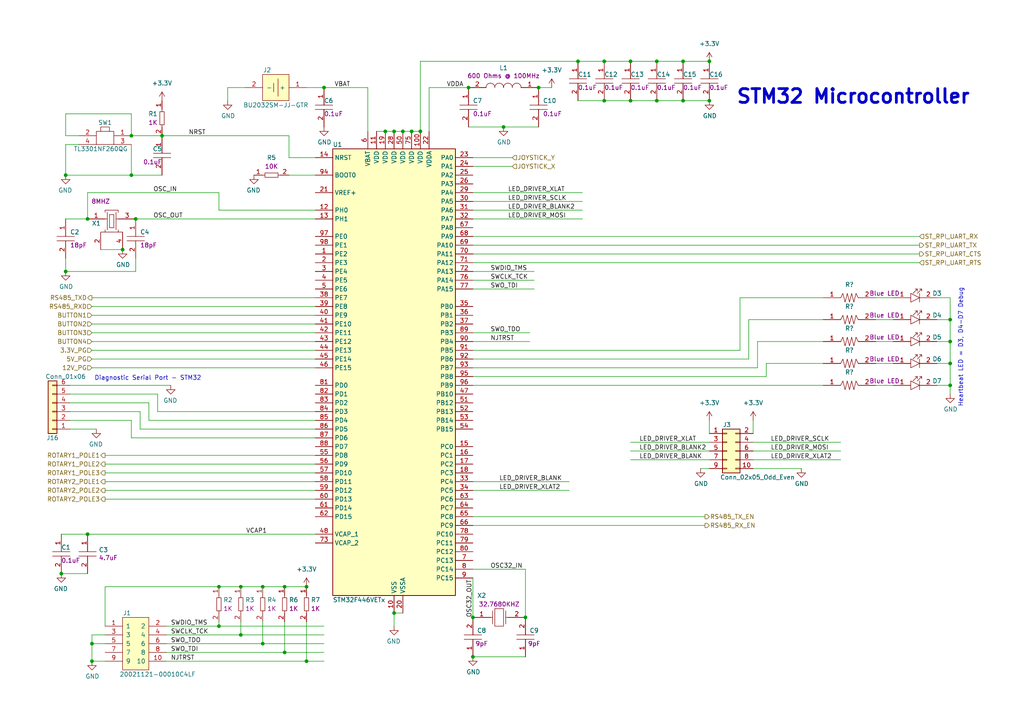
<source format=kicad_sch>
(kicad_sch (version 20230121) (generator eeschema)
  (paper "A4")
  (junction (at 46.99 39.37))
  (junction (at 146.05 36.83))
  (junction (at 198.12 17.78))
  (junction (at 35.56 72.39))
  (junction (at 88.9 191.77))
  (junction (at 182.88 17.78))
  (junction (at 82.55 170.18))
  (junction (at 82.55 189.23))
  (junction (at 25.4 63.5))
  (junction (at 63.5 170.18))
  (junction (at 121.92 38.1))
  (junction (at 39.37 63.5))
  (junction (at 38.1 39.37))
  (junction (at 275.59 92.71))
  (junction (at 19.05 78.74))
  (junction (at 76.2 170.18))
  (junction (at 19.05 50.8))
  (junction (at 76.2 186.69))
  (junction (at 93.98 25.4))
  (junction (at 88.9 170.18))
  (junction (at 275.59 105.41))
  (junction (at 17.78 166.37))
  (junction (at 205.74 17.78))
  (junction (at 137.16 190.5))
  (junction (at 190.5 29.21))
  (junction (at 69.85 184.15))
  (junction (at 114.3 177.8))
  (junction (at 63.5 181.61))
  (junction (at 275.59 111.76))
  (junction (at 114.3 38.1))
  (junction (at 38.1 50.8))
  (junction (at 119.38 38.1))
  (junction (at 175.26 17.78))
  (junction (at 137.16 179.07))
  (junction (at 190.5 17.78))
  (junction (at 26.67 186.69))
  (junction (at 116.84 38.1))
  (junction (at 275.59 99.06))
  (junction (at 135.89 25.4))
  (junction (at 198.12 29.21))
  (junction (at 26.67 191.77))
  (junction (at 156.21 25.4))
  (junction (at 182.88 29.21))
  (junction (at 167.64 17.78))
  (junction (at 111.76 38.1))
  (junction (at 25.4 154.94))
  (junction (at 152.4 179.07))
  (junction (at 175.26 29.21))
  (junction (at 69.85 170.18))
  (junction (at 205.74 29.21))
  (wire (pts (xy 154.94 81.28) (xy 137.16 81.28)))
  (wire (pts (xy 154.94 78.74) (xy 137.16 78.74)))
  (wire (pts (xy 40.64 119.38) (xy 40.64 124.46)))
  (wire (pts (xy 137.16 73.66) (xy 266.7 73.66)))
  (wire (pts (xy 91.44 121.92) (xy 43.18 121.92)))
  (wire (pts (xy 137.16 45.72) (xy 148.59 45.72)))
  (wire (pts (xy 26.67 101.6) (xy 91.44 101.6)))
  (wire (pts (xy 69.85 180.34) (xy 69.85 184.15)))
  (wire (pts (xy 114.3 38.1) (xy 116.84 38.1)))
  (wire (pts (xy 45.72 119.38) (xy 91.44 119.38)))
  (wire (pts (xy 137.16 68.58) (xy 266.7 68.58)))
  (wire (pts (xy 26.67 88.9) (xy 91.44 88.9)))
  (wire (pts (xy 46.99 39.37) (xy 38.1 39.37)))
  (wire (pts (xy 19.05 78.74) (xy 39.37 78.74)))
  (wire (pts (xy 29.21 72.39) (xy 35.56 72.39)))
  (wire (pts (xy 137.16 48.26) (xy 148.59 48.26)))
  (wire (pts (xy 30.48 134.62) (xy 91.44 134.62)))
  (wire (pts (xy 30.48 184.15) (xy 26.67 184.15)))
  (wire (pts (xy 219.71 106.68) (xy 137.16 106.68)))
  (wire (pts (xy 137.16 109.22) (xy 222.25 109.22)))
  (wire (pts (xy 63.5 55.88) (xy 25.4 55.88)))
  (wire (pts (xy 46.99 50.8) (xy 38.1 50.8)))
  (wire (pts (xy 25.4 154.94) (xy 17.78 154.94)))
  (wire (pts (xy 137.16 142.24) (xy 165.1 142.24)))
  (wire (pts (xy 26.67 86.36) (xy 91.44 86.36)))
  (wire (pts (xy 137.16 58.42) (xy 168.91 58.42)))
  (wire (pts (xy 38.1 127) (xy 38.1 121.92)))
  (wire (pts (xy 218.44 128.27) (xy 243.84 128.27)))
  (wire (pts (xy 152.4 190.5) (xy 137.16 190.5)))
  (wire (pts (xy 238.76 99.06) (xy 219.71 99.06)))
  (wire (pts (xy 69.85 184.15) (xy 93.98 184.15)))
  (wire (pts (xy 26.67 106.68) (xy 91.44 106.68)))
  (wire (pts (xy 76.2 170.18) (xy 69.85 170.18)))
  (wire (pts (xy 222.25 105.41) (xy 238.76 105.41)))
  (wire (pts (xy 26.67 191.77) (xy 30.48 191.77)))
  (wire (pts (xy 137.16 111.76) (xy 238.76 111.76)))
  (wire (pts (xy 137.16 71.12) (xy 266.7 71.12)))
  (wire (pts (xy 26.67 93.98) (xy 91.44 93.98)))
  (wire (pts (xy 20.32 119.38) (xy 40.64 119.38)))
  (wire (pts (xy 222.25 109.22) (xy 222.25 105.41)))
  (wire (pts (xy 137.16 99.06) (xy 153.67 99.06)))
  (wire (pts (xy 30.48 142.24) (xy 91.44 142.24)))
  (wire (pts (xy 205.74 121.92) (xy 205.74 125.73)))
  (wire (pts (xy 275.59 105.41) (xy 275.59 111.76)))
  (wire (pts (xy 275.59 86.36) (xy 275.59 92.71)))
  (wire (pts (xy 20.32 116.84) (xy 43.18 116.84)))
  (wire (pts (xy 19.05 33.02) (xy 19.05 39.37)))
  (wire (pts (xy 63.5 181.61) (xy 93.98 181.61)))
  (wire (pts (xy 218.44 121.92) (xy 218.44 125.73)))
  (wire (pts (xy 38.1 50.8) (xy 38.1 41.91)))
  (wire (pts (xy 19.05 39.37) (xy 22.86 39.37)))
  (wire (pts (xy 30.48 137.16) (xy 91.44 137.16)))
  (wire (pts (xy 19.05 74.93) (xy 19.05 78.74)))
  (wire (pts (xy 48.26 184.15) (xy 69.85 184.15)))
  (wire (pts (xy 137.16 76.2) (xy 266.7 76.2)))
  (wire (pts (xy 25.4 55.88) (xy 25.4 63.5)))
  (wire (pts (xy 217.17 104.14) (xy 217.17 92.71)))
  (wire (pts (xy 203.2 135.89) (xy 205.74 135.89)))
  (wire (pts (xy 22.86 41.91) (xy 19.05 41.91)))
  (wire (pts (xy 271.78 105.41) (xy 275.59 105.41)))
  (wire (pts (xy 182.88 29.21) (xy 190.5 29.21)))
  (wire (pts (xy 137.16 63.5) (xy 168.91 63.5)))
  (wire (pts (xy 106.68 25.4) (xy 93.98 25.4)))
  (wire (pts (xy 43.18 121.92) (xy 43.18 116.84)))
  (wire (pts (xy 167.64 29.21) (xy 175.26 29.21)))
  (wire (pts (xy 137.16 96.52) (xy 153.67 96.52)))
  (wire (pts (xy 271.78 92.71) (xy 275.59 92.71)))
  (wire (pts (xy 175.26 29.21) (xy 182.88 29.21)))
  (wire (pts (xy 182.88 130.81) (xy 205.74 130.81)))
  (wire (pts (xy 19.05 63.5) (xy 25.4 63.5)))
  (wire (pts (xy 83.82 39.37) (xy 83.82 45.72)))
  (wire (pts (xy 254 92.71) (xy 259.08 92.71)))
  (wire (pts (xy 25.4 154.94) (xy 91.44 154.94)))
  (wire (pts (xy 48.26 186.69) (xy 76.2 186.69)))
  (wire (pts (xy 175.26 17.78) (xy 182.88 17.78)))
  (wire (pts (xy 124.46 38.1) (xy 124.46 25.4)))
  (wire (pts (xy 88.9 191.77) (xy 93.98 191.77)))
  (wire (pts (xy 124.46 25.4) (xy 135.89 25.4)))
  (wire (pts (xy 19.05 41.91) (xy 19.05 50.8)))
  (wire (pts (xy 218.44 135.89) (xy 232.41 135.89)))
  (wire (pts (xy 66.04 25.4) (xy 71.12 25.4)))
  (wire (pts (xy 190.5 17.78) (xy 198.12 17.78)))
  (wire (pts (xy 198.12 29.21) (xy 205.74 29.21)))
  (wire (pts (xy 25.4 166.37) (xy 17.78 166.37)))
  (wire (pts (xy 30.48 186.69) (xy 26.67 186.69)))
  (wire (pts (xy 40.64 124.46) (xy 91.44 124.46)))
  (wire (pts (xy 82.55 170.18) (xy 76.2 170.18)))
  (wire (pts (xy 20.32 124.46) (xy 27.94 124.46)))
  (wire (pts (xy 137.16 165.1) (xy 152.4 165.1)))
  (wire (pts (xy 167.64 17.78) (xy 121.92 17.78)))
  (wire (pts (xy 121.92 17.78) (xy 121.92 38.1)))
  (wire (pts (xy 30.48 181.61) (xy 30.48 170.18)))
  (wire (pts (xy 198.12 17.78) (xy 205.74 17.78)))
  (wire (pts (xy 48.26 181.61) (xy 63.5 181.61)))
  (wire (pts (xy 119.38 38.1) (xy 121.92 38.1)))
  (wire (pts (xy 137.16 149.86) (xy 204.47 149.86)))
  (wire (pts (xy 182.88 128.27) (xy 205.74 128.27)))
  (wire (pts (xy 83.82 50.8) (xy 91.44 50.8)))
  (wire (pts (xy 214.63 101.6) (xy 137.16 101.6)))
  (wire (pts (xy 76.2 186.69) (xy 93.98 186.69)))
  (wire (pts (xy 275.59 111.76) (xy 275.59 114.3)))
  (wire (pts (xy 116.84 177.8) (xy 114.3 177.8)))
  (wire (pts (xy 48.26 191.77) (xy 88.9 191.77)))
  (wire (pts (xy 26.67 104.14) (xy 91.44 104.14)))
  (wire (pts (xy 218.44 130.81) (xy 243.84 130.81)))
  (wire (pts (xy 88.9 25.4) (xy 93.98 25.4)))
  (wire (pts (xy 254 86.36) (xy 259.08 86.36)))
  (wire (pts (xy 219.71 99.06) (xy 219.71 106.68)))
  (wire (pts (xy 19.05 50.8) (xy 38.1 50.8)))
  (wire (pts (xy 26.67 91.44) (xy 91.44 91.44)))
  (wire (pts (xy 167.64 17.78) (xy 175.26 17.78)))
  (wire (pts (xy 106.68 25.4) (xy 106.68 38.1)))
  (wire (pts (xy 182.88 17.78) (xy 190.5 17.78)))
  (wire (pts (xy 63.5 55.88) (xy 63.5 60.96)))
  (wire (pts (xy 214.63 86.36) (xy 214.63 101.6)))
  (wire (pts (xy 63.5 180.34) (xy 63.5 181.61)))
  (wire (pts (xy 30.48 132.08) (xy 91.44 132.08)))
  (wire (pts (xy 137.16 167.64) (xy 137.16 179.07)))
  (wire (pts (xy 271.78 86.36) (xy 275.59 86.36)))
  (wire (pts (xy 39.37 78.74) (xy 39.37 74.93)))
  (wire (pts (xy 109.22 38.1) (xy 111.76 38.1)))
  (wire (pts (xy 20.32 114.3) (xy 45.72 114.3)))
  (wire (pts (xy 254 111.76) (xy 259.08 111.76)))
  (wire (pts (xy 26.67 96.52) (xy 91.44 96.52)))
  (wire (pts (xy 137.16 139.7) (xy 165.1 139.7)))
  (wire (pts (xy 154.94 83.82) (xy 137.16 83.82)))
  (wire (pts (xy 20.32 121.92) (xy 38.1 121.92)))
  (wire (pts (xy 30.48 170.18) (xy 63.5 170.18)))
  (wire (pts (xy 254 105.41) (xy 259.08 105.41)))
  (wire (pts (xy 137.16 55.88) (xy 168.91 55.88)))
  (wire (pts (xy 146.05 36.83) (xy 135.89 36.83)))
  (wire (pts (xy 275.59 92.71) (xy 275.59 99.06)))
  (wire (pts (xy 114.3 177.8) (xy 114.3 181.61)))
  (wire (pts (xy 38.1 33.02) (xy 19.05 33.02)))
  (wire (pts (xy 76.2 180.34) (xy 76.2 186.69)))
  (wire (pts (xy 275.59 99.06) (xy 275.59 105.41)))
  (wire (pts (xy 137.16 152.4) (xy 204.47 152.4)))
  (wire (pts (xy 271.78 111.76) (xy 275.59 111.76)))
  (wire (pts (xy 88.9 180.34) (xy 88.9 191.77)))
  (wire (pts (xy 271.78 99.06) (xy 275.59 99.06)))
  (wire (pts (xy 45.72 114.3) (xy 45.72 119.38)))
  (wire (pts (xy 82.55 180.34) (xy 82.55 189.23)))
  (wire (pts (xy 39.37 63.5) (xy 91.44 63.5)))
  (wire (pts (xy 26.67 184.15) (xy 26.67 186.69)))
  (wire (pts (xy 46.99 39.37) (xy 83.82 39.37)))
  (wire (pts (xy 66.04 25.4) (xy 66.04 29.21)))
  (wire (pts (xy 156.21 36.83) (xy 146.05 36.83)))
  (wire (pts (xy 30.48 139.7) (xy 91.44 139.7)))
  (wire (pts (xy 152.4 165.1) (xy 152.4 179.07)))
  (wire (pts (xy 88.9 170.18) (xy 82.55 170.18)))
  (wire (pts (xy 69.85 170.18) (xy 63.5 170.18)))
  (wire (pts (xy 30.48 144.78) (xy 91.44 144.78)))
  (wire (pts (xy 83.82 45.72) (xy 91.44 45.72)))
  (wire (pts (xy 190.5 29.21) (xy 198.12 29.21)))
  (wire (pts (xy 137.16 60.96) (xy 168.91 60.96)))
  (wire (pts (xy 137.16 104.14) (xy 217.17 104.14)))
  (wire (pts (xy 116.84 38.1) (xy 119.38 38.1)))
  (wire (pts (xy 26.67 186.69) (xy 26.67 191.77)))
  (wire (pts (xy 254 99.06) (xy 259.08 99.06)))
  (wire (pts (xy 218.44 133.35) (xy 243.84 133.35)))
  (wire (pts (xy 38.1 39.37) (xy 38.1 33.02)))
  (wire (pts (xy 91.44 127) (xy 38.1 127)))
  (wire (pts (xy 82.55 189.23) (xy 93.98 189.23)))
  (wire (pts (xy 156.21 25.4) (xy 160.02 25.4)))
  (wire (pts (xy 26.67 99.06) (xy 91.44 99.06)))
  (wire (pts (xy 217.17 92.71) (xy 238.76 92.71)))
  (wire (pts (xy 238.76 86.36) (xy 214.63 86.36)))
  (wire (pts (xy 48.26 189.23) (xy 82.55 189.23)))
  (wire (pts (xy 111.76 38.1) (xy 114.3 38.1)))
  (wire (pts (xy 20.32 111.76) (xy 49.53 111.76)))
  (wire (pts (xy 182.88 133.35) (xy 205.74 133.35)))
  (wire (pts (xy 63.5 60.96) (xy 91.44 60.96)))
  (text "Heartbeat LED = D3, D4-D7 Debug" (at 279.4 118.11 90) (effects (font (size 1.27 1.27)) (justify left bottom)))
  (text "STM32 Microcontroller" (at 213.36 30.48 0) (effects (font (size 4 4) (thickness 0.8) bold) (justify left bottom)))
  (text "Diagnostic Serial Port - STM32" (at 58.42 110.49 0) (effects (font (size 1.27 1.27)) (justify right bottom)))
  (label "VBAT" (at 101.6 25.4 180))
  (label "SWO_TDO" (at 142.24 96.52 0))
  (label "LED_DRIVER_BLANK" (at 185.42 133.35 0))
  (label "LED_DRIVER_SCLK" (at 147.32 58.42 0))
  (label "LED_DRIVER_XLAT2" (at 223.52 133.35 0))
  (label "LED_DRIVER_SCLK" (at 223.52 128.27 0))
  (label "LED_DRIVER_BLANK2" (at 147.32 60.96 0))
  (label "OSC32_OUT" (at 137.16 179.07 90))
  (label "NJTRST" (at 142.24 99.06 0))
  (label "SWO_TDI" (at 142.24 83.82 0))
  (label "LED_DRIVER_BLANK2" (at 185.42 130.81 0))
  (label "LED_DRIVER_MOSI" (at 147.32 63.5 0))
  (label "LED_DRIVER_XLAT2" (at 144.78 142.24 0))
  (label "NRST" (at 59.69 39.37 180))
  (label "SWDIO_TMS" (at 49.53 181.61 0))
  (label "VDDA" (at 129.54 25.4 0))
  (label "SWO_TDI" (at 49.53 189.23 0))
  (label "SWO_TDO" (at 49.53 186.69 0))
  (label "SWCLK_TCK" (at 142.24 81.28 0))
  (label "OSC32_IN" (at 142.24 165.1 0))
  (label "LED_DRIVER_MOSI" (at 223.52 130.81 0))
  (label "LED_DRIVER_XLAT" (at 185.42 128.27 0))
  (label "LED_DRIVER_BLANK" (at 144.78 139.7 0))
  (label "VCAP1" (at 77.47 154.94 180))
  (label "NJTRST" (at 49.53 191.77 0))
  (label "LED_DRIVER_XLAT" (at 147.32 55.88 0))
  (label "OSC_IN" (at 44.45 55.88 0))
  (label "SWDIO_TMS" (at 142.24 78.74 0))
  (label "OSC_OUT" (at 44.45 63.5 0))
  (label "SWCLK_TCK" (at 49.53 184.15 0))
  (hierarchical_label "RS485_TX_EN" (shape output) (at 204.47 149.86 0))
  (hierarchical_label "ST_RPI_UART_CTS" (shape output) (at 266.7 73.66 0))
  (hierarchical_label "ROTARY1_POLE1" (shape output) (at 30.48 132.08 180))
  (hierarchical_label "BUTTON4" (shape input) (at 26.67 99.06 180))
  (hierarchical_label "ROTARY1_POLE2" (shape output) (at 30.48 134.62 180))
  (hierarchical_label "ST_RPI_UART_TX" (shape output) (at 266.7 71.12 0))
  (hierarchical_label "JOYSTICK_X" (shape input) (at 148.59 48.26 0))
  (hierarchical_label "ST_RPI_UART_RX" (shape input) (at 266.7 68.58 0))
  (hierarchical_label "ST_RPI_UART_RTS" (shape input) (at 266.7 76.2 0))
  (hierarchical_label "BUTTON1" (shape input) (at 26.67 91.44 180))
  (hierarchical_label "3.3V_PG" (shape input) (at 26.67 101.6 180))
  (hierarchical_label "5V_PG" (shape input) (at 26.67 104.14 180))
  (hierarchical_label "RS485_TXD" (shape output) (at 26.67 86.36 180))
  (hierarchical_label "ROTARY2_POLE1" (shape output) (at 30.48 139.7 180))
  (hierarchical_label "RS485_RXD" (shape input) (at 26.67 88.9 180))
  (hierarchical_label "BUTTON3" (shape input) (at 26.67 96.52 180))
  (hierarchical_label "RS485_RX_EN" (shape output) (at 204.47 152.4 0))
  (hierarchical_label "ROTARY2_POLE3" (shape output) (at 30.48 144.78 180))
  (hierarchical_label "12V_PG" (shape input) (at 26.67 106.68 180))
  (hierarchical_label "ROTARY1_POLE3" (shape output) (at 30.48 137.16 180))
  (hierarchical_label "ROTARY2_POLE2" (shape output) (at 30.48 142.24 180))
  (hierarchical_label "JOYSTICK_Y" (shape input) (at 148.59 45.72 0))
  (hierarchical_label "BUTTON2" (shape input) (at 26.67 93.98 180))
  (symbol (lib_id "AVR-KiCAD-Lib-Oscillators-Clocks:ABM3B-8.000MHZ-B2-T") (at 30.48 60.96 0) (unit 1)
    (property "Reference" "X1" (at 27.94 64.77 0))
    (property "Value" "ABM3B-8.000MHZ-B2-T" (effects hide))
    (property "Footprint" "AVR-KiCAD-Lib-Oscillators:ABM3B8.000MHZB2T" (effects hide))
    (property "Datasheet" "https://abracon.com/Resonators/abm3b.pdf" (effects hide))
    (property "Cost QTY: 1" "1.09000" (effects hide))
    (property "Cost QTY: 1000" "0.57000" (effects hide))
    (property "Cost QTY: 2500" "*" (effects hide))
    (property "Cost QTY: 5000" "*" (effects hide))
    (property "Cost QTY: 10000" "*" (effects hide))
    (property "MFR" "Abracon LLC" (effects hide))
    (property "MFR#" "ABM3B-8.000MHZ-B2-T" (effects hide))
    (property "Vendor" "Digikey" (effects hide))
    (property "Vendor #" "535-9720-2-ND" (effects hide))
    (property "Designer" "AVR" (effects hide))
    (property "Height" "1.10mm" (effects hide))
    (property "Date Created" "6/16/2020" (effects hide))
    (property "Date Modified" "6/16/2020" (effects hide))
    (property "Lead-Free ?" "Yes" (effects hide))
    (property "RoHS Levels" "1" (effects hide))
    (property "Mounting" "SMT" (effects hide))
    (property "Pin Count #" "4" (effects hide))
    (property "Status" "Active" (effects hide))
    (property "Tolerance" "*" (effects hide))
    (property "Type" "Crystal Oscillator" (effects hide))
    (property "Voltage" "*" (effects hide))
    (property "Package" "4-SMD" (effects hide))
    (property "Description" "8MHz ±20ppm Crystal 18pF 200 Ohms 4-SMD, No Lead" (effects hide))
    (property "_Value_" "8MHZ" (at 29.21 58.42 0))
    (property "Management_ID" "*" (effects hide))
    (instances (project "JoyStick-Hat" (path "" (reference "X1") (unit 1))) (project "agricoltura-vine" (path "" (reference "X?") (unit 1))))
  )
  (symbol (lib_id "AVR-KiCAD-Lib-Oscillators-Clocks:ABS07-32.768KHZ-9-T") (at 144.78 179.07 0) (unit 1)
    (property "Reference" "X2" (at 139.7 172.72 0))
    (property "Value" "ABS07-32.768KHZ-9-T" (effects hide))
    (property "Footprint" "AVR-KiCAD-Lib-Oscillators:ABS07-32.768KHZ-9-T" (effects hide))
    (property "Datasheet" "https://abracon.com/Resonators/ABS07.pdf" (effects hide))
    (property "Cost QTY: 1" "1.09000" (effects hide))
    (property "Cost QTY: 1000" "0.62700" (effects hide))
    (property "Cost QTY: 2500" "*" (effects hide))
    (property "Cost QTY: 5000" "*" (effects hide))
    (property "Cost QTY: 10000" "*" (effects hide))
    (property "MFR" "Abracon LLC" (effects hide))
    (property "MFR#" "ABS07-32.768KHZ-9-T" (effects hide))
    (property "Vendor" "Digikey" (effects hide))
    (property "Vendor #" "535-9544-1-ND" (effects hide))
    (property "Designer" "AVR" (effects hide))
    (property "Height" "0.9mm" (effects hide))
    (property "Date Created" "6/16/2020" (effects hide))
    (property "Date Modified" "6/16/2020" (effects hide))
    (property "Lead-Free ?" "Yes" (effects hide))
    (property "RoHS Levels" "1" (effects hide))
    (property "Mounting" "SMT" (effects hide))
    (property "Pin Count #" "2" (effects hide))
    (property "Status" "Active" (effects hide))
    (property "Tolerance" "*" (effects hide))
    (property "Type" "Crystal Oscillator" (effects hide))
    (property "Voltage" "*" (effects hide))
    (property "Package" "Proprietary SMT" (effects hide))
    (property "Description" "32.768kHz ±20ppm Crystal 9pF 70 kOhms 2-SMD, No Lead" (effects hide))
    (property "_Value_" "32.7680KHZ" (at 144.78 175.26 0))
    (property "Management_ID" "*" (effects hide))
    (instances (project "JoyStick-Hat" (path "" (reference "X2") (unit 1))) (project "agricoltura-vine" (path "" (reference "X?") (unit 1))))
  )
  (symbol (lib_id "AVR-KiCAD-Lib-Connectors:20021121-00010C4LF") (at 35.56 179.07 0) (unit 1)
    (property "Reference" "J1" (at 36.83 177.8 0))
    (property "Value" "20021121-00010C4LF" (at 45.72 195.58 0))
    (property "Footprint" "AVR-KiCAD-Lib-Connectors:20021121-00010C4LF" (effects hide))
    (property "Datasheet" "https://cdn.amphenol-icc.com/media/wysiwyg/files/drawing/20021121.pdf" (effects hide))
    (property "Cost QTY: 1" "0.87000" (effects hide))
    (property "Cost QTY: 1000" "*" (effects hide))
    (property "Cost QTY: 2500" "*" (effects hide))
    (property "Cost QTY: 5000" "*" (effects hide))
    (property "Cost QTY: 10000" "*" (effects hide))
    (property "MFR" "Amphenol ICC (FCI)" (effects hide))
    (property "MFR#" "20021121-00010C4LF" (effects hide))
    (property "Vendor" "Digikey" (effects hide))
    (property "Vendor #" "609-3695-1-ND" (effects hide))
    (property "Designer" "AVR" (effects hide))
    (property "Height" "5.5mm" (effects hide))
    (property "Date Created" "6/16/2020" (effects hide))
    (property "Date Modified" "6/16/2020" (effects hide))
    (property "Lead-Free ?" "Yes" (effects hide))
    (property "RoHS Levels" "1" (effects hide))
    (property "Mounting" "SMT" (effects hide))
    (property "Pin Count #" "10" (effects hide))
    (property "Status" "Active" (effects hide))
    (property "Tolerance" "*" (effects hide))
    (property "Type" "SMT Pin Header" (effects hide))
    (property "Voltage" "*" (effects hide))
    (property "Package" "*" (effects hide))
    (property "Description" "CONN HEADER SMD 10POS 1.27MM" (effects hide))
    (property "_Value_" "20021121-00010C4LF" (effects hide))
    (property "Management_ID" "*" (effects hide))
    (instances (project "JoyStick-Hat" (path "" (reference "J1") (unit 1))) (project "agricoltura-vine" (path "" (reference "T?") (unit 1))))
  )
  (symbol (lib_id "AVR-KiCAD-Lib-Resistors:RC0402FR-071KL") (at 63.5 175.26 270) (unit 1)
    (property "Reference" "R2" (at 64.77 173.99 90) (effects (justify left)))
    (property "Value" "RC0402FR-071KL" (effects hide))
    (property "Footprint" "AVR-KiCAD-Lib-Resistors:R0402" (effects hide))
    (property "Datasheet" "https://www.yageo.com/upload/media/product/productsearch/datasheet/rchip/PYu-RC_Group_51_RoHS_L_10.pdf" (effects hide))
    (property "Cost QTY: 1" "0.10000" (effects hide))
    (property "Cost QTY: 1000" "0.00289" (effects hide))
    (property "Cost QTY: 2500" "0.00251" (effects hide))
    (property "Cost QTY: 5000" "0.00207" (effects hide))
    (property "Cost QTY: 10000" "0.00163" (effects hide))
    (property "MFR" "Yageo" (effects hide))
    (property "MFR#" "RC0402FR-071KL" (effects hide))
    (property "Vendor" "Digikey" (effects hide))
    (property "Vendor #" "311-1.00KLRTR-ND" (effects hide))
    (property "Designer" "AVR" (effects hide))
    (property "Height" "0.4mm" (effects hide))
    (property "Date Created" "12/11/2019" (effects hide))
    (property "Date Modified" "12/11/2019" (effects hide))
    (property "Lead-Free ?" "Yes" (effects hide))
    (property "RoHS Levels" "1" (effects hide))
    (property "Mounting" "SMT" (effects hide))
    (property "Pin Count #" "2" (effects hide))
    (property "Status" "Active" (effects hide))
    (property "Tolerance" "1%" (effects hide))
    (property "Type" "Thick Film Resistor" (effects hide))
    (property "Voltage" "*" (effects hide))
    (property "Package" "0402" (effects hide))
    (property "_Value_" "1K" (at 64.77 176.53 90) (effects (justify left)))
    (property "Management_ID" "*" (effects hide))
    (property "Description" " kOhms ±1% 0.063W, 1/16W Chip Resistor 0402 (1005 Metric) Moisture Resistant Thick Film" (effects hide))
    (instances (project "JoyStick-Hat" (path "" (reference "R2") (unit 1))) (project "agricoltura-vine" (path "" (reference "R?") (unit 1))))
  )
  (symbol (lib_id "power:GND") (at 26.67 191.77 0) (unit 1)
    (property "Reference" "#PWR04" (effects hide))
    (property "Value" "GND" (at 26.797 196.1642 0))
    (instances (project "JoyStick-Hat" (path "" (reference "#PWR04") (unit 1))) (project "agricoltura-vine" (path "" (reference "#PWR?") (unit 1))))
  )
  (symbol (lib_id "AVR-KiCAD-Lib-Resistors:RC0402FR-071KL") (at 69.85 175.26 270) (unit 1)
    (property "Reference" "R3" (at 71.12 173.99 90) (effects (justify left)))
    (property "Value" "RC0402FR-071KL" (effects hide))
    (property "Footprint" "AVR-KiCAD-Lib-Resistors:R0402" (effects hide))
    (property "Datasheet" "https://www.yageo.com/upload/media/product/productsearch/datasheet/rchip/PYu-RC_Group_51_RoHS_L_10.pdf" (effects hide))
    (property "Cost QTY: 1" "0.10000" (effects hide))
    (property "Cost QTY: 1000" "0.00289" (effects hide))
    (property "Cost QTY: 2500" "0.00251" (effects hide))
    (property "Cost QTY: 5000" "0.00207" (effects hide))
    (property "Cost QTY: 10000" "0.00163" (effects hide))
    (property "MFR" "Yageo" (effects hide))
    (property "MFR#" "RC0402FR-071KL" (effects hide))
    (property "Vendor" "Digikey" (effects hide))
    (property "Vendor #" "311-1.00KLRTR-ND" (effects hide))
    (property "Designer" "AVR" (effects hide))
    (property "Height" "0.4mm" (effects hide))
    (property "Date Created" "12/11/2019" (effects hide))
    (property "Date Modified" "12/11/2019" (effects hide))
    (property "Lead-Free ?" "Yes" (effects hide))
    (property "RoHS Levels" "1" (effects hide))
    (property "Mounting" "SMT" (effects hide))
    (property "Pin Count #" "2" (effects hide))
    (property "Status" "Active" (effects hide))
    (property "Tolerance" "1%" (effects hide))
    (property "Type" "Thick Film Resistor" (effects hide))
    (property "Voltage" "*" (effects hide))
    (property "Package" "0402" (effects hide))
    (property "_Value_" "1K" (at 71.12 176.53 90) (effects (justify left)))
    (property "Management_ID" "*" (effects hide))
    (property "Description" " kOhms ±1% 0.063W, 1/16W Chip Resistor 0402 (1005 Metric) Moisture Resistant Thick Film" (effects hide))
    (instances (project "JoyStick-Hat" (path "" (reference "R3") (unit 1))) (project "agricoltura-vine" (path "" (reference "R?") (unit 1))))
  )
  (symbol (lib_id "AVR-KiCAD-Lib-Resistors:RC0402FR-071KL") (at 76.2 175.26 270) (unit 1)
    (property "Reference" "R4" (at 77.47 173.99 90) (effects (justify left)))
    (property "Value" "RC0402FR-071KL" (effects hide))
    (property "Footprint" "AVR-KiCAD-Lib-Resistors:R0402" (effects hide))
    (property "Datasheet" "https://www.yageo.com/upload/media/product/productsearch/datasheet/rchip/PYu-RC_Group_51_RoHS_L_10.pdf" (effects hide))
    (property "Cost QTY: 1" "0.10000" (effects hide))
    (property "Cost QTY: 1000" "0.00289" (effects hide))
    (property "Cost QTY: 2500" "0.00251" (effects hide))
    (property "Cost QTY: 5000" "0.00207" (effects hide))
    (property "Cost QTY: 10000" "0.00163" (effects hide))
    (property "MFR" "Yageo" (effects hide))
    (property "MFR#" "RC0402FR-071KL" (effects hide))
    (property "Vendor" "Digikey" (effects hide))
    (property "Vendor #" "311-1.00KLRTR-ND" (effects hide))
    (property "Designer" "AVR" (effects hide))
    (property "Height" "0.4mm" (effects hide))
    (property "Date Created" "12/11/2019" (effects hide))
    (property "Date Modified" "12/11/2019" (effects hide))
    (property "Lead-Free ?" "Yes" (effects hide))
    (property "RoHS Levels" "1" (effects hide))
    (property "Mounting" "SMT" (effects hide))
    (property "Pin Count #" "2" (effects hide))
    (property "Status" "Active" (effects hide))
    (property "Tolerance" "1%" (effects hide))
    (property "Type" "Thick Film Resistor" (effects hide))
    (property "Voltage" "*" (effects hide))
    (property "Package" "0402" (effects hide))
    (property "_Value_" "1K" (at 77.47 176.53 90) (effects (justify left)))
    (property "Management_ID" "*" (effects hide))
    (property "Description" " kOhms ±1% 0.063W, 1/16W Chip Resistor 0402 (1005 Metric) Moisture Resistant Thick Film" (effects hide))
    (instances (project "JoyStick-Hat" (path "" (reference "R4") (unit 1))) (project "agricoltura-vine" (path "" (reference "R?") (unit 1))))
  )
  (symbol (lib_id "AVR-KiCAD-Lib-Resistors:RC0402FR-071KL") (at 82.55 175.26 270) (unit 1)
    (property "Reference" "R6" (at 83.82 173.99 90) (effects (justify left)))
    (property "Value" "RC0402FR-071KL" (effects hide))
    (property "Footprint" "AVR-KiCAD-Lib-Resistors:R0402" (effects hide))
    (property "Datasheet" "https://www.yageo.com/upload/media/product/productsearch/datasheet/rchip/PYu-RC_Group_51_RoHS_L_10.pdf" (effects hide))
    (property "Cost QTY: 1" "0.10000" (effects hide))
    (property "Cost QTY: 1000" "0.00289" (effects hide))
    (property "Cost QTY: 2500" "0.00251" (effects hide))
    (property "Cost QTY: 5000" "0.00207" (effects hide))
    (property "Cost QTY: 10000" "0.00163" (effects hide))
    (property "MFR" "Yageo" (effects hide))
    (property "MFR#" "RC0402FR-071KL" (effects hide))
    (property "Vendor" "Digikey" (effects hide))
    (property "Vendor #" "311-1.00KLRTR-ND" (effects hide))
    (property "Designer" "AVR" (effects hide))
    (property "Height" "0.4mm" (effects hide))
    (property "Date Created" "12/11/2019" (effects hide))
    (property "Date Modified" "12/11/2019" (effects hide))
    (property "Lead-Free ?" "Yes" (effects hide))
    (property "RoHS Levels" "1" (effects hide))
    (property "Mounting" "SMT" (effects hide))
    (property "Pin Count #" "2" (effects hide))
    (property "Status" "Active" (effects hide))
    (property "Tolerance" "1%" (effects hide))
    (property "Type" "Thick Film Resistor" (effects hide))
    (property "Voltage" "*" (effects hide))
    (property "Package" "0402" (effects hide))
    (property "_Value_" "1K" (at 83.82 176.53 90) (effects (justify left)))
    (property "Management_ID" "*" (effects hide))
    (property "Description" " kOhms ±1% 0.063W, 1/16W Chip Resistor 0402 (1005 Metric) Moisture Resistant Thick Film" (effects hide))
    (instances (project "JoyStick-Hat" (path "" (reference "R6") (unit 1))) (project "agricoltura-vine" (path "" (reference "R?") (unit 1))))
  )
  (symbol (lib_id "AVR-KiCAD-Lib-Resistors:RC0402FR-071KL") (at 88.9 175.26 270) (unit 1)
    (property "Reference" "R7" (at 90.17 173.99 90) (effects (justify left)))
    (property "Value" "RC0402FR-071KL" (effects hide))
    (property "Footprint" "AVR-KiCAD-Lib-Resistors:R0402" (effects hide))
    (property "Datasheet" "https://www.yageo.com/upload/media/product/productsearch/datasheet/rchip/PYu-RC_Group_51_RoHS_L_10.pdf" (effects hide))
    (property "Cost QTY: 1" "0.10000" (effects hide))
    (property "Cost QTY: 1000" "0.00289" (effects hide))
    (property "Cost QTY: 2500" "0.00251" (effects hide))
    (property "Cost QTY: 5000" "0.00207" (effects hide))
    (property "Cost QTY: 10000" "0.00163" (effects hide))
    (property "MFR" "Yageo" (effects hide))
    (property "MFR#" "RC0402FR-071KL" (effects hide))
    (property "Vendor" "Digikey" (effects hide))
    (property "Vendor #" "311-1.00KLRTR-ND" (effects hide))
    (property "Designer" "AVR" (effects hide))
    (property "Height" "0.4mm" (effects hide))
    (property "Date Created" "12/11/2019" (effects hide))
    (property "Date Modified" "12/11/2019" (effects hide))
    (property "Lead-Free ?" "Yes" (effects hide))
    (property "RoHS Levels" "1" (effects hide))
    (property "Mounting" "SMT" (effects hide))
    (property "Pin Count #" "2" (effects hide))
    (property "Status" "Active" (effects hide))
    (property "Tolerance" "1%" (effects hide))
    (property "Type" "Thick Film Resistor" (effects hide))
    (property "Voltage" "*" (effects hide))
    (property "Package" "0402" (effects hide))
    (property "_Value_" "1K" (at 90.17 176.53 90) (effects (justify left)))
    (property "Management_ID" "*" (effects hide))
    (property "Description" " kOhms ±1% 0.063W, 1/16W Chip Resistor 0402 (1005 Metric) Moisture Resistant Thick Film" (effects hide))
    (instances (project "JoyStick-Hat" (path "" (reference "R7") (unit 1))) (project "agricoltura-vine" (path "" (reference "R?") (unit 1))))
  )
  (symbol (lib_id "power:GND") (at 66.04 29.21 0) (unit 1)
    (property "Reference" "#PWR07" (effects hide))
    (property "Value" "GND" (at 66.167 33.6042 0))
    (instances (project "JoyStick-Hat" (path "" (reference "#PWR07") (unit 1))) (project "agricoltura-vine" (path "" (reference "#PWR?") (unit 1))))
  )
  (symbol (lib_id "power:GND") (at 35.56 72.39 0) (unit 1)
    (property "Reference" "#PWR05" (effects hide))
    (property "Value" "GND" (at 35.687 76.7842 0))
    (instances (project "JoyStick-Hat" (path "" (reference "#PWR05") (unit 1))) (project "agricoltura-vine" (path "" (reference "#PWR?") (unit 1))))
  )
  (symbol (lib_id "AVR-KiCAD-Lib-Capacitors:C0402C104K9PACTU") (at 156.21 30.48 270) (unit 1)
    (property "Reference" "C10" (at 157.48 29.21 90) (effects (justify left)))
    (property "Value" "C0402C104K9PACTU" (effects hide))
    (property "Footprint" "AVR-KiCAD-Lib-Resistors:R0402" (effects hide))
    (property "Datasheet" "https://content.kemet.com/datasheets/KEM_C1006_X5R_SMD.pdf" (effects hide))
    (property "Cost QTY: 1" "0.10000" (effects hide))
    (property "Cost QTY: 1000" "0.01139" (effects hide))
    (property "Cost QTY: 2500" "0.01035" (effects hide))
    (property "Cost QTY: 5000" "0.00952" (effects hide))
    (property "Cost QTY: 10000" "0.00756" (effects hide))
    (property "MFR" "KEMET" (effects hide))
    (property "MFR#" "C0402C104K9PACTU" (effects hide))
    (property "Vendor" "Digikey" (effects hide))
    (property "Vendor #" "399-3026-6-ND" (effects hide))
    (property "Designer" "AVR" (effects hide))
    (property "Height" "0.55mm" (effects hide))
    (property "Date Created" "12/7/2019" (effects hide))
    (property "Date Modified" "12/7/2019" (effects hide))
    (property "Lead-Free ?" "Yes" (effects hide))
    (property "RoHS Levels" "1" (effects hide))
    (property "Mounting" "SMT" (effects hide))
    (property "Pin Count #" "2" (effects hide))
    (property "Status" "Active" (effects hide))
    (property "Tolerance" "10%" (effects hide))
    (property "Type" "Ceramic Cap" (effects hide))
    (property "Voltage" "6.3V" (effects hide))
    (property "Package" "0402" (effects hide))
    (property "Description" "0.1µF ±10% 6.3V Ceramic Capacitor X5R 0402 (1005 Metric)" (effects hide))
    (property "_Value_" "0.1uF" (at 157.48 33.02 90) (effects (justify left)))
    (property "Management_ID" "*" (effects hide))
    (instances (project "JoyStick-Hat" (path "" (reference "C10") (unit 1))) (project "agricoltura-vine" (path "" (reference "C?") (unit 1))))
  )
  (symbol (lib_id "power:GND") (at 146.05 36.83 0) (unit 1)
    (property "Reference" "#PWR013" (effects hide))
    (property "Value" "GND" (at 146.177 41.2242 0))
    (instances (project "JoyStick-Hat" (path "" (reference "#PWR013") (unit 1))) (project "agricoltura-vine" (path "" (reference "#PWR?") (unit 1))))
  )
  (symbol (lib_id "AVR-KiCAD-Lib-Capacitors:C0402C104K9PACTU") (at 93.98 30.48 270) (unit 1)
    (property "Reference" "C6" (at 93.98 29.21 90) (effects (justify left)))
    (property "Value" "C0402C104K9PACTU" (effects hide))
    (property "Footprint" "AVR-KiCAD-Lib-Resistors:R0402" (effects hide))
    (property "Datasheet" "https://content.kemet.com/datasheets/KEM_C1006_X5R_SMD.pdf" (effects hide))
    (property "Cost QTY: 1" "0.10000" (effects hide))
    (property "Cost QTY: 1000" "0.01139" (effects hide))
    (property "Cost QTY: 2500" "0.01035" (effects hide))
    (property "Cost QTY: 5000" "0.00952" (effects hide))
    (property "Cost QTY: 10000" "0.00756" (effects hide))
    (property "MFR" "KEMET" (effects hide))
    (property "MFR#" "C0402C104K9PACTU" (effects hide))
    (property "Vendor" "Digikey" (effects hide))
    (property "Vendor #" "399-3026-6-ND" (effects hide))
    (property "Designer" "AVR" (effects hide))
    (property "Height" "0.55mm" (effects hide))
    (property "Date Created" "12/7/2019" (effects hide))
    (property "Date Modified" "12/7/2019" (effects hide))
    (property "Lead-Free ?" "Yes" (effects hide))
    (property "RoHS Levels" "1" (effects hide))
    (property "Mounting" "SMT" (effects hide))
    (property "Pin Count #" "2" (effects hide))
    (property "Status" "Active" (effects hide))
    (property "Tolerance" "10%" (effects hide))
    (property "Type" "Ceramic Cap" (effects hide))
    (property "Voltage" "6.3V" (effects hide))
    (property "Package" "0402" (effects hide))
    (property "Description" "0.1µF ±10% 6.3V Ceramic Capacitor X5R 0402 (1005 Metric)" (effects hide))
    (property "_Value_" "0.1uF" (at 93.98 33.02 90) (effects (justify left)))
    (property "Management_ID" "*" (effects hide))
    (instances (project "JoyStick-Hat" (path "" (reference "C6") (unit 1))) (project "agricoltura-vine" (path "" (reference "C?") (unit 1))))
  )
  (symbol (lib_id "power:GND") (at 93.98 36.83 0) (unit 1)
    (property "Reference" "#PWR010" (effects hide))
    (property "Value" "GND" (at 94.107 41.2242 0))
    (instances (project "JoyStick-Hat" (path "" (reference "#PWR010") (unit 1))) (project "agricoltura-vine" (path "" (reference "#PWR?") (unit 1))))
  )
  (symbol (lib_id "AVR-KiCAD-Lib-Capacitors:CL05C090CB5NNNC") (at 137.16 185.42 90) (unit 1)
    (property "Reference" "C8" (at 139.7 182.88 90))
    (property "Value" "CL05C090CB5NNNC" (effects hide))
    (property "Footprint" "AVR-KiCAD-Lib-Capacitors:C0402" (effects hide))
    (property "Datasheet" "http://www.samsungsem.com/kr/support/product-search/mlcc/CL05C090CB5NNNC.jsp" (effects hide))
    (property "Cost QTY: 1" "0.10000" (effects hide))
    (property "Cost QTY: 1000" "0.01352" (effects hide))
    (property "Cost QTY: 2500" "0.01229" (effects hide))
    (property "Cost QTY: 5000" "0.01131" (effects hide))
    (property "Cost QTY: 10000" "0.00899" (effects hide))
    (property "MFR" "Samsung Electro-Mechanics" (effects hide))
    (property "MFR#" "CL05C090CB5NNNC" (effects hide))
    (property "Vendor" "Digikey" (effects hide))
    (property "Vendor #" "1276-1616-2-ND" (effects hide))
    (property "Designer" "AVR" (effects hide))
    (property "Height" "0.55mm" (effects hide))
    (property "Date Created" "6/16/2020" (effects hide))
    (property "Date Modified" "6/16/2020" (effects hide))
    (property "Lead-Free ?" "Yers" (effects hide))
    (property "RoHS Levels" "1" (effects hide))
    (property "Mounting" "SMT" (effects hide))
    (property "Pin Count #" "2" (effects hide))
    (property "Status" "Active" (effects hide))
    (property "Tolerance" " ±0.25pF" (effects hide))
    (property "Type" "Ceramic Cap" (effects hide))
    (property "Voltage" "50V" (effects hide))
    (property "Package" "0402" (effects hide))
    (property "Description" "9pF ±0.25pF 50V Ceramic Capacitor C0G, NP0 0402 (1005 Metric)" (effects hide))
    (property "_Value_" "9pF" (at 139.7 186.69 90))
    (property "Management_ID" "*" (effects hide))
    (instances (project "JoyStick-Hat" (path "" (reference "C8") (unit 1))) (project "agricoltura-vine" (path "" (reference "C?") (unit 1))))
  )
  (symbol (lib_id "AVR-KiCAD-Lib-Capacitors:GCM1555C1H180GA16D") (at 19.05 68.58 270) (unit 1)
    (property "Reference" "C2" (at 20.32 67.31 90) (effects (justify left)))
    (property "Value" "GCM1555C1H180GA16D" (effects hide))
    (property "Footprint" "AVR-KiCAD-Lib-Capacitors:C0402" (effects hide))
    (property "Datasheet" "https://search.murata.co.jp/Ceramy/image/img/A01X/G101/ENG/GCM1555C1H180GA16-01.pdf" (effects hide))
    (property "Cost QTY: 1" "0.11000" (effects hide))
    (property "Cost QTY: 1000" "0.02079" (effects hide))
    (property "Cost QTY: 2500" "0.01934" (effects hide))
    (property "Cost QTY: 5000" "0.01770" (effects hide))
    (property "Cost QTY: 10000" "0.01432" (effects hide))
    (property "MFR" "Murata Electronics" (effects hide))
    (property "MFR#" "GCM1555C1H180GA16D" (effects hide))
    (property "Vendor" "Digikey" (effects hide))
    (property "Vendor #" "490-16456-2-ND" (effects hide))
    (property "Designer" "AVR" (effects hide))
    (property "Height" "0.55mm" (effects hide))
    (property "Date Created" "6/16/2020" (effects hide))
    (property "Date Modified" "6/16/2020" (effects hide))
    (property "Lead-Free ?" "Yes" (effects hide))
    (property "RoHS Levels" "1" (effects hide))
    (property "Mounting" "SMT" (effects hide))
    (property "Pin Count #" "2" (effects hide))
    (property "Status" "Active" (effects hide))
    (property "Tolerance" "2%" (effects hide))
    (property "Type" "Ceramic CAP" (effects hide))
    (property "Voltage" "50V" (effects hide))
    (property "Package" "0402" (effects hide))
    (property "Description" "18pF ±2% 50V Ceramic Capacitor C0G, NP0 0402 (1005 Metric)" (effects hide))
    (property "_Value_" "18pF" (at 20.32 71.12 90) (effects (justify left)))
    (property "Management_ID" "*" (effects hide))
    (instances (project "JoyStick-Hat" (path "" (reference "C2") (unit 1))) (project "agricoltura-vine" (path "" (reference "C?") (unit 1))))
  )
  (symbol (lib_id "AVR-KiCAD-Lib-Capacitors:GCM1555C1H180GA16D") (at 39.37 68.58 270) (unit 1)
    (property "Reference" "C4" (at 40.64 67.31 90) (effects (justify left)))
    (property "Value" "GCM1555C1H180GA16D" (effects hide))
    (property "Footprint" "AVR-KiCAD-Lib-Capacitors:C0402" (effects hide))
    (property "Datasheet" "https://search.murata.co.jp/Ceramy/image/img/A01X/G101/ENG/GCM1555C1H180GA16-01.pdf" (effects hide))
    (property "Cost QTY: 1" "0.11000" (effects hide))
    (property "Cost QTY: 1000" "0.02079" (effects hide))
    (property "Cost QTY: 2500" "0.01934" (effects hide))
    (property "Cost QTY: 5000" "0.01770" (effects hide))
    (property "Cost QTY: 10000" "0.01432" (effects hide))
    (property "MFR" "Murata Electronics" (effects hide))
    (property "MFR#" "GCM1555C1H180GA16D" (effects hide))
    (property "Vendor" "Digikey" (effects hide))
    (property "Vendor #" "490-16456-2-ND" (effects hide))
    (property "Designer" "AVR" (effects hide))
    (property "Height" "0.55mm" (effects hide))
    (property "Date Created" "6/16/2020" (effects hide))
    (property "Date Modified" "6/16/2020" (effects hide))
    (property "Lead-Free ?" "Yes" (effects hide))
    (property "RoHS Levels" "1" (effects hide))
    (property "Mounting" "SMT" (effects hide))
    (property "Pin Count #" "2" (effects hide))
    (property "Status" "Active" (effects hide))
    (property "Tolerance" "2%" (effects hide))
    (property "Type" "Ceramic CAP" (effects hide))
    (property "Voltage" "50V" (effects hide))
    (property "Package" "0402" (effects hide))
    (property "Description" "18pF ±2% 50V Ceramic Capacitor C0G, NP0 0402 (1005 Metric)" (effects hide))
    (property "_Value_" "18pF" (at 40.64 71.12 90) (effects (justify left)))
    (property "Management_ID" "*" (effects hide))
    (instances (project "JoyStick-Hat" (path "" (reference "C4") (unit 1))) (project "agricoltura-vine" (path "" (reference "C?") (unit 1))))
  )
  (symbol (lib_id "power:GND") (at 19.05 78.74 0) (unit 1)
    (property "Reference" "#PWR03" (effects hide))
    (property "Value" "GND" (at 19.177 83.1342 0))
    (instances (project "JoyStick-Hat" (path "" (reference "#PWR03") (unit 1))) (project "agricoltura-vine" (path "" (reference "#PWR?") (unit 1))))
  )
  (symbol (lib_id "AVR-KiCAD-Lib-Capacitors:CL05C090CB5NNNC") (at 152.4 185.42 90) (unit 1)
    (property "Reference" "C9" (at 154.94 182.88 90))
    (property "Value" "CL05C090CB5NNNC" (effects hide))
    (property "Footprint" "AVR-KiCAD-Lib-Capacitors:C0402" (effects hide))
    (property "Datasheet" "http://www.samsungsem.com/kr/support/product-search/mlcc/CL05C090CB5NNNC.jsp" (effects hide))
    (property "Cost QTY: 1" "0.10000" (effects hide))
    (property "Cost QTY: 1000" "0.01352" (effects hide))
    (property "Cost QTY: 2500" "0.01229" (effects hide))
    (property "Cost QTY: 5000" "0.01131" (effects hide))
    (property "Cost QTY: 10000" "0.00899" (effects hide))
    (property "MFR" "Samsung Electro-Mechanics" (effects hide))
    (property "MFR#" "CL05C090CB5NNNC" (effects hide))
    (property "Vendor" "Digikey" (effects hide))
    (property "Vendor #" "1276-1616-2-ND" (effects hide))
    (property "Designer" "AVR" (effects hide))
    (property "Height" "0.55mm" (effects hide))
    (property "Date Created" "6/16/2020" (effects hide))
    (property "Date Modified" "6/16/2020" (effects hide))
    (property "Lead-Free ?" "Yers" (effects hide))
    (property "RoHS Levels" "1" (effects hide))
    (property "Mounting" "SMT" (effects hide))
    (property "Pin Count #" "2" (effects hide))
    (property "Status" "Active" (effects hide))
    (property "Tolerance" " ±0.25pF" (effects hide))
    (property "Type" "Ceramic Cap" (effects hide))
    (property "Voltage" "50V" (effects hide))
    (property "Package" "0402" (effects hide))
    (property "Description" "9pF ±0.25pF 50V Ceramic Capacitor C0G, NP0 0402 (1005 Metric)" (effects hide))
    (property "_Value_" "9pF" (at 154.94 186.69 90))
    (property "Management_ID" "*" (effects hide))
    (instances (project "JoyStick-Hat" (path "" (reference "C9") (unit 1))) (project "agricoltura-vine" (path "" (reference "C?") (unit 1))))
  )
  (symbol (lib_id "power:GND") (at 137.16 190.5 0) (unit 1)
    (property "Reference" "#PWR012" (effects hide))
    (property "Value" "GND" (at 137.287 194.8942 0))
    (instances (project "JoyStick-Hat" (path "" (reference "#PWR012") (unit 1))) (project "agricoltura-vine" (path "" (reference "#PWR?") (unit 1))))
  )
  (symbol (lib_id "AVR-KiCAD-Lib-Capacitors:C0402C104K9PACTU") (at 46.99 44.45 90) (mirror x) (unit 1)
    (property "Reference" "C5" (at 46.99 43.18 90) (effects (justify left)))
    (property "Value" "C0402C104K9PACTU" (effects hide))
    (property "Footprint" "AVR-KiCAD-Lib-Resistors:R0402" (effects hide))
    (property "Datasheet" "https://content.kemet.com/datasheets/KEM_C1006_X5R_SMD.pdf" (effects hide))
    (property "Cost QTY: 1" "0.10000" (effects hide))
    (property "Cost QTY: 1000" "0.01139" (effects hide))
    (property "Cost QTY: 2500" "0.01035" (effects hide))
    (property "Cost QTY: 5000" "0.00952" (effects hide))
    (property "Cost QTY: 10000" "0.00756" (effects hide))
    (property "MFR" "KEMET" (effects hide))
    (property "MFR#" "C0402C104K9PACTU" (effects hide))
    (property "Vendor" "Digikey" (effects hide))
    (property "Vendor #" "399-3026-6-ND" (effects hide))
    (property "Designer" "AVR" (effects hide))
    (property "Height" "0.55mm" (effects hide))
    (property "Date Created" "12/7/2019" (effects hide))
    (property "Date Modified" "12/7/2019" (effects hide))
    (property "Lead-Free ?" "Yes" (effects hide))
    (property "RoHS Levels" "1" (effects hide))
    (property "Mounting" "SMT" (effects hide))
    (property "Pin Count #" "2" (effects hide))
    (property "Status" "Active" (effects hide))
    (property "Tolerance" "10%" (effects hide))
    (property "Type" "Ceramic Cap" (effects hide))
    (property "Voltage" "6.3V" (effects hide))
    (property "Package" "0402" (effects hide))
    (property "Description" "0.1µF ±10% 6.3V Ceramic Capacitor X5R 0402 (1005 Metric)" (effects hide))
    (property "_Value_" "0.1uF" (at 46.99 46.99 90) (effects (justify left)))
    (property "Management_ID" "*" (effects hide))
    (instances (project "JoyStick-Hat" (path "" (reference "C5") (unit 1))) (project "agricoltura-vine" (path "" (reference "C?") (unit 1))))
  )
  (symbol (lib_id "AVR-KiCAD-Lib-Resistors:RC0402FR-071KL") (at 46.99 34.29 90) (mirror x) (unit 1)
    (property "Reference" "R1" (at 45.72 33.02 90) (effects (justify left)))
    (property "Value" "RC0402FR-071KL" (effects hide))
    (property "Footprint" "AVR-KiCAD-Lib-Resistors:R0402" (effects hide))
    (property "Datasheet" "https://www.yageo.com/upload/media/product/productsearch/datasheet/rchip/PYu-RC_Group_51_RoHS_L_10.pdf" (effects hide))
    (property "Cost QTY: 1" "0.10000" (effects hide))
    (property "Cost QTY: 1000" "0.00289" (effects hide))
    (property "Cost QTY: 2500" "0.00251" (effects hide))
    (property "Cost QTY: 5000" "0.00207" (effects hide))
    (property "Cost QTY: 10000" "0.00163" (effects hide))
    (property "MFR" "Yageo" (effects hide))
    (property "MFR#" "RC0402FR-071KL" (effects hide))
    (property "Vendor" "Digikey" (effects hide))
    (property "Vendor #" "311-1.00KLRTR-ND" (effects hide))
    (property "Designer" "AVR" (effects hide))
    (property "Height" "0.4mm" (effects hide))
    (property "Date Created" "12/11/2019" (effects hide))
    (property "Date Modified" "12/11/2019" (effects hide))
    (property "Lead-Free ?" "Yes" (effects hide))
    (property "RoHS Levels" "1" (effects hide))
    (property "Mounting" "SMT" (effects hide))
    (property "Pin Count #" "2" (effects hide))
    (property "Status" "Active" (effects hide))
    (property "Tolerance" "1%" (effects hide))
    (property "Type" "Thick Film Resistor" (effects hide))
    (property "Voltage" "*" (effects hide))
    (property "Package" "0402" (effects hide))
    (property "_Value_" "1K" (at 45.72 35.56 90) (effects (justify left)))
    (property "Management_ID" "*" (effects hide))
    (property "Description" " kOhms ±1% 0.063W, 1/16W Chip Resistor 0402 (1005 Metric) Moisture Resistant Thick Film" (effects hide))
    (instances (project "JoyStick-Hat" (path "" (reference "R1") (unit 1))) (project "agricoltura-vine" (path "" (reference "R?") (unit 1))))
  )
  (symbol (lib_id "power:GND") (at 19.05 50.8 0) (mirror y) (unit 1)
    (property "Reference" "#PWR02" (effects hide))
    (property "Value" "GND" (at 18.923 55.1942 0))
    (instances (project "JoyStick-Hat" (path "" (reference "#PWR02") (unit 1))) (project "agricoltura-vine" (path "" (reference "#PWR?") (unit 1))))
  )
  (symbol (lib_id "AVR-KiCAD-Lib-Capacitors:C0402C104K9PACTU") (at 17.78 160.02 270) (unit 1)
    (property "Reference" "C1" (at 17.78 158.75 90) (effects (justify left)))
    (property "Value" "C0402C104K9PACTU" (effects hide))
    (property "Footprint" "AVR-KiCAD-Lib-Resistors:R0402" (effects hide))
    (property "Datasheet" "https://content.kemet.com/datasheets/KEM_C1006_X5R_SMD.pdf" (effects hide))
    (property "Cost QTY: 1" "0.10000" (effects hide))
    (property "Cost QTY: 1000" "0.01139" (effects hide))
    (property "Cost QTY: 2500" "0.01035" (effects hide))
    (property "Cost QTY: 5000" "0.00952" (effects hide))
    (property "Cost QTY: 10000" "0.00756" (effects hide))
    (property "MFR" "KEMET" (effects hide))
    (property "MFR#" "C0402C104K9PACTU" (effects hide))
    (property "Vendor" "Digikey" (effects hide))
    (property "Vendor #" "399-3026-6-ND" (effects hide))
    (property "Designer" "AVR" (effects hide))
    (property "Height" "0.55mm" (effects hide))
    (property "Date Created" "12/7/2019" (effects hide))
    (property "Date Modified" "12/7/2019" (effects hide))
    (property "Lead-Free ?" "Yes" (effects hide))
    (property "RoHS Levels" "1" (effects hide))
    (property "Mounting" "SMT" (effects hide))
    (property "Pin Count #" "2" (effects hide))
    (property "Status" "Active" (effects hide))
    (property "Tolerance" "10%" (effects hide))
    (property "Type" "Ceramic Cap" (effects hide))
    (property "Voltage" "6.3V" (effects hide))
    (property "Package" "0402" (effects hide))
    (property "Description" "0.1µF ±10% 6.3V Ceramic Capacitor X5R 0402 (1005 Metric)" (effects hide))
    (property "_Value_" "0.1uF" (at 17.78 162.56 90) (effects (justify left)))
    (property "Management_ID" "*" (effects hide))
    (instances (project "JoyStick-Hat" (path "" (reference "C1") (unit 1))) (project "agricoltura-vine" (path "" (reference "C?") (unit 1))))
  )
  (symbol (lib_id "AVR-KiCAD-Lib-Capacitors:GRM155R60J475ME47D") (at 25.4 160.02 270) (unit 1)
    (property "Reference" "C3" (at 28.6512 159.4866 90) (effects (justify left)))
    (property "Value" "GRM155R60J475ME47D" (effects hide))
    (property "Footprint" "AVR-KiCAD-Lib-Capacitors:C0402" (effects hide))
    (property "Datasheet" "https://www.murata.com/~/media/webrenewal/support/library/catalog/products/capacitor/mlcc/c02e.ashx?la=en-us" (effects hide))
    (property "Cost QTY: 1" "0.16000" (effects hide))
    (property "Cost QTY: 1000" "0.03164" (effects hide))
    (property "Cost QTY: 2500" "0.02944" (effects hide))
    (property "Cost QTY: 5000" "0.02694" (effects hide))
    (property "Cost QTY: 10000" "0.01980" (effects hide))
    (property "MFR" "Murata Electronics" (effects hide))
    (property "MFR#" "GRM155R60J475ME47D" (effects hide))
    (property "Vendor" "Digikey" (effects hide))
    (property "Vendor #" "490-5915-2-ND" (effects hide))
    (property "Designer" "AVR" (effects hide))
    (property "Height" "0.6mm" (effects hide))
    (property "Date Created" "6/16/2020" (effects hide))
    (property "Date Modified" "6/16/2020" (effects hide))
    (property "Lead-Free ?" "Yes" (effects hide))
    (property "RoHS Levels" "1" (effects hide))
    (property "Mounting" "SMT" (effects hide))
    (property "Pin Count #" "2" (effects hide))
    (property "Status" "Active" (effects hide))
    (property "Tolerance" "20%" (effects hide))
    (property "Type" "Ceramic Cap" (effects hide))
    (property "Voltage" "6.3V" (effects hide))
    (property "Package" "0402" (effects hide))
    (property "Description" "4.7µF ±20% 6.3V Ceramic Capacitor X5R 0402 (1005 Metric)" (effects hide))
    (property "_Value_" "4.7uF" (at 28.6512 161.798 90) (effects (justify left)))
    (property "Management_ID" "*" (effects hide))
    (instances (project "JoyStick-Hat" (path "" (reference "C3") (unit 1))) (project "agricoltura-vine" (path "" (reference "C?") (unit 1))))
  )
  (symbol (lib_id "AVR-KiCAD-Lib-Mech-Switches:TL3301NF260QG") (at 30.48 39.37 0) (mirror y) (unit 1)
    (property "Reference" "SW1" (at 30.48 35.56 0))
    (property "Value" "TL3301NF260QG" (at 29.21 43.18 0))
    (property "Footprint" "AVR-KiCAD-Lib-Mech-Switches:TL3301NF260QG" (effects hide))
    (property "Datasheet" "http://spec_sheets.e-switch.com/specs/P010517.pdf" (effects hide))
    (property "Cost QTY: 1" "0.38000" (effects hide))
    (property "Cost QTY: 1000" "*" (effects hide))
    (property "Cost QTY: 2500" "*" (effects hide))
    (property "Cost QTY: 5000" "*" (effects hide))
    (property "Cost QTY: 10000" "*" (effects hide))
    (property "MFR" "E-Switch" (effects hide))
    (property "MFR#" "TL3301NF260QG" (effects hide))
    (property "Vendor" "Digikey" (effects hide))
    (property "Vendor #" "EG1868TR-ND" (effects hide))
    (property "Designer" "AVR" (effects hide))
    (property "Height" "4.4mm" (effects hide))
    (property "Date Created" "2/28/2020" (effects hide))
    (property "Date Modified" "2/28/2020" (effects hide))
    (property "Lead-Free ?" "Yes" (effects hide))
    (property "RoHS Levels" "1" (effects hide))
    (property "Mounting" "SMT" (effects hide))
    (property "Pin Count #" "4" (effects hide))
    (property "Status" "Active" (effects hide))
    (property "Tolerance" "*" (effects hide))
    (property "Type" "Mechanical Momentary Switch " (effects hide))
    (property "Voltage" "12VDC" (effects hide))
    (property "Package" "Proprietary" (effects hide))
    (property "Description" "Tactile Switch SPST-NO Top Actuated Surface Mount" (effects hide))
    (property "_Value_" "TL3301NF260QG" (effects hide))
    (property "Management_ID" "*" (effects hide))
    (instances (project "JoyStick-Hat" (path "" (reference "SW1") (unit 1))) (project "agricoltura-vine" (path "" (reference "SW?") (unit 1))))
  )
  (symbol (lib_id "AVR-KiCAD-Lib-Capacitors:C0402C104K9PACTU") (at 135.89 30.48 270) (unit 1)
    (property "Reference" "C7" (at 137.16 29.21 90) (effects (justify left)))
    (property "Value" "C0402C104K9PACTU" (effects hide))
    (property "Footprint" "AVR-KiCAD-Lib-Resistors:R0402" (effects hide))
    (property "Datasheet" "https://content.kemet.com/datasheets/KEM_C1006_X5R_SMD.pdf" (effects hide))
    (property "Cost QTY: 1" "0.10000" (effects hide))
    (property "Cost QTY: 1000" "0.01139" (effects hide))
    (property "Cost QTY: 2500" "0.01035" (effects hide))
    (property "Cost QTY: 5000" "0.00952" (effects hide))
    (property "Cost QTY: 10000" "0.00756" (effects hide))
    (property "MFR" "KEMET" (effects hide))
    (property "MFR#" "C0402C104K9PACTU" (effects hide))
    (property "Vendor" "Digikey" (effects hide))
    (property "Vendor #" "399-3026-6-ND" (effects hide))
    (property "Designer" "AVR" (effects hide))
    (property "Height" "0.55mm" (effects hide))
    (property "Date Created" "12/7/2019" (effects hide))
    (property "Date Modified" "12/7/2019" (effects hide))
    (property "Lead-Free ?" "Yes" (effects hide))
    (property "RoHS Levels" "1" (effects hide))
    (property "Mounting" "SMT" (effects hide))
    (property "Pin Count #" "2" (effects hide))
    (property "Status" "Active" (effects hide))
    (property "Tolerance" "10%" (effects hide))
    (property "Type" "Ceramic Cap" (effects hide))
    (property "Voltage" "6.3V" (effects hide))
    (property "Package" "0402" (effects hide))
    (property "Description" "0.1µF ±10% 6.3V Ceramic Capacitor X5R 0402 (1005 Metric)" (effects hide))
    (property "_Value_" "0.1uF" (at 137.16 33.02 90) (effects (justify left)))
    (property "Management_ID" "*" (effects hide))
    (instances (project "JoyStick-Hat" (path "" (reference "C7") (unit 1))) (project "agricoltura-vine" (path "" (reference "C?") (unit 1))))
  )
  (symbol (lib_id "AVR-KiCAD-Lib-Inductors:BLM15HG601SN1D") (at 146.05 25.4 0) (mirror y) (unit 1)
    (property "Reference" "L1" (at 146.05 19.685 0))
    (property "Value" "BLM15HG601SN1D" (effects hide))
    (property "Footprint" "AVR-KiCAD-Lib-Inductors:BLM15HG601SN1D" (effects hide))
    (property "Datasheet" "https://www.murata.com/en-global/products/productdata/8796740223006/ENFA0024.pdf" (effects hide))
    (property "Cost QTY: 1" "0.19000" (effects hide))
    (property "Cost QTY: 1000" "0.06013" (effects hide))
    (property "Cost QTY: 2500" "*" (effects hide))
    (property "Cost QTY: 5000" "0.05598" (effects hide))
    (property "Cost QTY: 10000" "0.05090" (effects hide))
    (property "MFR" "Murata Electronics" (effects hide))
    (property "MFR#" "BLM15HG601SN1D" (effects hide))
    (property "Vendor" "Digikey" (effects hide))
    (property "Vendor #" "490-3998-2-ND" (effects hide))
    (property "Designer" "AVR" (effects hide))
    (property "Height" "0.5mm" (effects hide))
    (property "Date Created" "6/15/2020" (effects hide))
    (property "Date Modified" "6/15/2020" (effects hide))
    (property "Lead-Free ?" "Yes" (effects hide))
    (property "RoHS Levels" "1" (effects hide))
    (property "Mounting" "SMT" (effects hide))
    (property "Pin Count #" "2" (effects hide))
    (property "Status" "Active" (effects hide))
    (property "Tolerance" "*" (effects hide))
    (property "Type" "Ferrite Bead" (effects hide))
    (property "Voltage" "*" (effects hide))
    (property "Package" "0402" (effects hide))
    (property "_Value_" "600 Ohms @ 100MHz" (at 146.05 21.9964 0))
    (property "Description" "600 Ohms @ 100MHz 1 Signal Line Ferrite Bead 0402 (1005 Metric) 300mA 700mOhm" (effects hide))
    (property "Management_ID" "*" (effects hide))
    (instances (project "JoyStick-Hat" (path "" (reference "L1") (unit 1))) (project "agricoltura-vine" (path "" (reference "L?") (unit 1))))
  )
  (symbol (lib_id "AVR-KiCAD-Lib-Diodes:LTST-C194TBKT") (at 265.43 86.36 0) (unit 1)
    (property "Reference" "D3" (at 271.78 85.09 0))
    (property "Value" "LTST-C194TBKT" (effects hide))
    (property "Footprint" "AVR-KiCAD-Lib-Diodes:LED0603" (effects hide))
    (property "Datasheet" "http://optoelectronics.liteon.com/upload/download/DS22-2010-0025/LTST-C194TBKT.PDF" (effects hide))
    (property "Cost QTY: 1" "0.42000" (effects hide))
    (property "Cost QTY: 1000" "0.07797" (effects hide))
    (property "Cost QTY: 2500" "*" (effects hide))
    (property "Cost QTY: 5000" "0.06102" (effects hide))
    (property "Cost QTY: 10000" "0.05424" (effects hide))
    (property "MFR" "Lite-On Inc." (effects hide))
    (property "MFR#" "LTST-C194TBKT" (effects hide))
    (property "Vendor" "Digikey" (effects hide))
    (property "Vendor #" "160-1837-2-ND" (effects hide))
    (property "Designer" "AVR" (effects hide))
    (property "Height" "0.45mm" (effects hide))
    (property "Date Created" "3/1/2020" (effects hide))
    (property "Date Modified" "3/1/2020" (effects hide))
    (property "Lead-Free ?" "Yes" (effects hide))
    (property "RoHS Levels" "1" (effects hide))
    (property "Mounting" "SMT" (effects hide))
    (property "Pin Count #" "2" (effects hide))
    (property "Status" "Active" (effects hide))
    (property "Tolerance" "*" (effects hide))
    (property "Type" "Blue LED Colorless" (effects hide))
    (property "Voltage" "3.3V" (effects hide))
    (property "Package" "0603" (effects hide))
    (property "Description" "Blue 468nm LED Indication - Discrete 3.3V 0603 (1608 Metric)" (effects hide))
    (property "_Value_" "Blue LED" (at 256.54 85.09 0))
    (property "Management_ID" "*" (effects hide))
  )
  (symbol (lib_id "power:GND") (at 27.94 124.46 0) (mirror y) (unit 1)
    (property "Reference" "#PWR071" (effects hide))
    (property "Value" "GND" (at 27.813 128.8542 0))
    (instances (project "JoyStick-Hat" (path "" (reference "#PWR071") (unit 1))) (project "agricoltura-vine" (path "" (reference "#PWR?") (unit 1))))
  )
  (symbol (lib_id "AVR-KiCAD-Lib-Capacitors:C0402C104K9PACTU") (at 190.5 22.86 270) (unit 1)
    (property "Reference" "C14" (at 190.5 21.59 90) (effects (justify left)))
    (property "Value" "C0402C104K9PACTU" (effects hide))
    (property "Footprint" "AVR-KiCAD-Lib-Resistors:R0402" (effects hide))
    (property "Datasheet" "https://content.kemet.com/datasheets/KEM_C1006_X5R_SMD.pdf" (effects hide))
    (property "Cost QTY: 1" "0.10000" (effects hide))
    (property "Cost QTY: 1000" "0.01139" (effects hide))
    (property "Cost QTY: 2500" "0.01035" (effects hide))
    (property "Cost QTY: 5000" "0.00952" (effects hide))
    (property "Cost QTY: 10000" "0.00756" (effects hide))
    (property "MFR" "KEMET" (effects hide))
    (property "MFR#" "C0402C104K9PACTU" (effects hide))
    (property "Vendor" "Digikey" (effects hide))
    (property "Vendor #" "399-3026-6-ND" (effects hide))
    (property "Designer" "AVR" (effects hide))
    (property "Height" "0.55mm" (effects hide))
    (property "Date Created" "12/7/2019" (effects hide))
    (property "Date Modified" "12/7/2019" (effects hide))
    (property "Lead-Free ?" "Yes" (effects hide))
    (property "RoHS Levels" "1" (effects hide))
    (property "Mounting" "SMT" (effects hide))
    (property "Pin Count #" "2" (effects hide))
    (property "Status" "Active" (effects hide))
    (property "Tolerance" "10%" (effects hide))
    (property "Type" "Ceramic Cap" (effects hide))
    (property "Voltage" "6.3V" (effects hide))
    (property "Package" "0402" (effects hide))
    (property "Description" "0.1µF ±10% 6.3V Ceramic Capacitor X5R 0402 (1005 Metric)" (effects hide))
    (property "_Value_" "0.1uF" (at 190.5 25.4 90) (effects (justify left)))
    (property "Management_ID" "*" (effects hide))
    (instances (project "JoyStick-Hat" (path "" (reference "C14") (unit 1))) (project "agricoltura-vine" (path "" (reference "C?") (unit 1))))
  )
  (symbol (lib_id "AVR-KiCAD-Lib-Capacitors:C0402C104K9PACTU") (at 182.88 22.86 270) (unit 1)
    (property "Reference" "C13" (at 182.88 21.59 90) (effects (justify left)))
    (property "Value" "C0402C104K9PACTU" (effects hide))
    (property "Footprint" "AVR-KiCAD-Lib-Resistors:R0402" (effects hide))
    (property "Datasheet" "https://content.kemet.com/datasheets/KEM_C1006_X5R_SMD.pdf" (effects hide))
    (property "Cost QTY: 1" "0.10000" (effects hide))
    (property "Cost QTY: 1000" "0.01139" (effects hide))
    (property "Cost QTY: 2500" "0.01035" (effects hide))
    (property "Cost QTY: 5000" "0.00952" (effects hide))
    (property "Cost QTY: 10000" "0.00756" (effects hide))
    (property "MFR" "KEMET" (effects hide))
    (property "MFR#" "C0402C104K9PACTU" (effects hide))
    (property "Vendor" "Digikey" (effects hide))
    (property "Vendor #" "399-3026-6-ND" (effects hide))
    (property "Designer" "AVR" (effects hide))
    (property "Height" "0.55mm" (effects hide))
    (property "Date Created" "12/7/2019" (effects hide))
    (property "Date Modified" "12/7/2019" (effects hide))
    (property "Lead-Free ?" "Yes" (effects hide))
    (property "RoHS Levels" "1" (effects hide))
    (property "Mounting" "SMT" (effects hide))
    (property "Pin Count #" "2" (effects hide))
    (property "Status" "Active" (effects hide))
    (property "Tolerance" "10%" (effects hide))
    (property "Type" "Ceramic Cap" (effects hide))
    (property "Voltage" "6.3V" (effects hide))
    (property "Package" "0402" (effects hide))
    (property "Description" "0.1µF ±10% 6.3V Ceramic Capacitor X5R 0402 (1005 Metric)" (effects hide))
    (property "_Value_" "0.1uF" (at 182.88 25.4 90) (effects (justify left)))
    (property "Management_ID" "*" (effects hide))
    (instances (project "JoyStick-Hat" (path "" (reference "C13") (unit 1))) (project "agricoltura-vine" (path "" (reference "C?") (unit 1))))
  )
  (symbol (lib_id "power:GND") (at 205.74 29.21 0) (unit 1)
    (property "Reference" "#PWR015" (effects hide))
    (property "Value" "GND" (at 205.867 33.6042 0))
    (instances (project "JoyStick-Hat" (path "" (reference "#PWR015") (unit 1))) (project "agricoltura-vine" (path "" (reference "#PWR?") (unit 1))))
  )
  (symbol (lib_id "AVR-KiCAD-Lib-Diodes:LTST-C194TBKT") (at 265.43 111.76 0) (unit 1)
    (property "Reference" "D7" (at 271.78 110.49 0))
    (property "Value" "LTST-C194TBKT" (effects hide))
    (property "Footprint" "AVR-KiCAD-Lib-Diodes:LED0603" (effects hide))
    (property "Datasheet" "http://optoelectronics.liteon.com/upload/download/DS22-2010-0025/LTST-C194TBKT.PDF" (effects hide))
    (property "Cost QTY: 1" "0.42000" (effects hide))
    (property "Cost QTY: 1000" "0.07797" (effects hide))
    (property "Cost QTY: 2500" "*" (effects hide))
    (property "Cost QTY: 5000" "0.06102" (effects hide))
    (property "Cost QTY: 10000" "0.05424" (effects hide))
    (property "MFR" "Lite-On Inc." (effects hide))
    (property "MFR#" "LTST-C194TBKT" (effects hide))
    (property "Vendor" "Digikey" (effects hide))
    (property "Vendor #" "160-1837-2-ND" (effects hide))
    (property "Designer" "AVR" (effects hide))
    (property "Height" "0.45mm" (effects hide))
    (property "Date Created" "3/1/2020" (effects hide))
    (property "Date Modified" "3/1/2020" (effects hide))
    (property "Lead-Free ?" "Yes" (effects hide))
    (property "RoHS Levels" "1" (effects hide))
    (property "Mounting" "SMT" (effects hide))
    (property "Pin Count #" "2" (effects hide))
    (property "Status" "Active" (effects hide))
    (property "Tolerance" "*" (effects hide))
    (property "Type" "Blue LED Colorless" (effects hide))
    (property "Voltage" "3.3V" (effects hide))
    (property "Package" "0603" (effects hide))
    (property "Description" "Blue 468nm LED Indication - Discrete 3.3V 0603 (1608 Metric)" (effects hide))
    (property "_Value_" "Blue LED" (at 256.54 110.49 0))
    (property "Management_ID" "*" (effects hide))
  )
  (symbol (lib_id "power:+3.3V") (at 218.44 121.92 0) (unit 1)
    (property "Reference" "#PWR042" (effects hide))
    (property "Value" "+3.3V" (at 218.44 116.84 0))
    (instances (project "JoyStick-Hat" (path "" (reference "#PWR042") (unit 1)) (path "" (reference "#PWR019") (unit 1))))
  )
  (symbol (lib_id "Connector_Generic:Conn_02x05_Odd_Even") (at 210.82 130.81 0) (unit 1)
    (property "Reference" "J3" (at 210.82 123.19 0))
    (property "Value" "Conn_02x05_Odd_Even" (at 219.71 138.43 0))
    (property "Footprint" "Connector_PinHeader_2.54mm:PinHeader_2x05_P2.54mm_Vertical" (effects hide))
  )
  (symbol (lib_id "AVR-KiCAD-Lib-Resistors:RC0402FR-0710KL") (at 78.74 50.8 0) (unit 1)
    (property "Reference" "R5" (at 78.74 45.72 0))
    (property "Value" "RC0402FR-0710KL" (effects hide))
    (property "Footprint" "AVR-KiCAD-Lib-Resistors:R0402" (effects hide))
    (property "Datasheet" "https://www.yageo.com/upload/media/product/productsearch/datasheet/rchip/PYu-RC_Group_51_RoHS_L_10.pdf" (effects hide))
    (property "Cost QTY: 1" "0.10000" (effects hide))
    (property "Cost QTY: 1000" "0.00289" (effects hide))
    (property "Cost QTY: 2500" "0.00251" (effects hide))
    (property "Cost QTY: 5000" "0.00207" (effects hide))
    (property "Cost QTY: 10000" "*" (effects hide))
    (property "MFR" "Yageo" (effects hide))
    (property "MFR#" "RC0402FR-0710KL" (effects hide))
    (property "Vendor" "Digikey" (effects hide))
    (property "Vendor #" "311-10.0KLRCT-ND" (effects hide))
    (property "Designer" "AVR" (effects hide))
    (property "Height" "0.4mm" (effects hide))
    (property "Date Created" "12/11/2019" (effects hide))
    (property "Date Modified" "12/11/2019" (effects hide))
    (property "Lead-Free ?" "Yes" (effects hide))
    (property "RoHS Levels" "1" (effects hide))
    (property "Mounting" "SMT" (effects hide))
    (property "Pin Count #" "2" (effects hide))
    (property "Status" "Active" (effects hide))
    (property "Tolerance" "1%" (effects hide))
    (property "Type" "Thick FIlm Resistor" (effects hide))
    (property "Voltage" "*" (effects hide))
    (property "Package" "0402" (effects hide))
    (property "_Value_" "10K" (at 78.74 48.26 0))
    (property "Management_ID" "*" (effects hide))
    (property "Description" "10 kOhms ±1% 0.063W, 1/16W Chip Resistor 0402 (1005 Metric) Moisture Resistant Thick Film" (effects hide))
    (instances (project "JoyStick-Hat" (path "" (reference "R5") (unit 1))) (project "agricoltura-vine" (path "" (reference "R?") (unit 1))))
  )
  (symbol (lib_id "AVR-KiCAD-Lib-Resistors:RC0603FR-07470RL") (at 246.38 99.06 0) (unit 1)
    (property "Reference" "R?" (at 246.38 95.25 0))
    (property "Value" "RC0603FR-07470RL" (effects hide))
    (property "Footprint" "AVR-KiCAD-Lib-Resistors:R0603" (effects hide))
    (property "Cost QTY: 1" "0.100" (effects hide))
    (property "Cost QTY: 1000" "0.00476" (effects hide))
    (property "Cost QTY: 2500" "0.00418" (effects hide))
    (property "Cost QTY: 5000" "*" (effects hide))
    (property "Cost QTY: 10000" "*" (effects hide))
    (property "MFR" "Yageo" (effects hide))
    (property "MFR#" "RC0603FR-07470RL" (effects hide))
    (property "Vendor" "Digikey" (effects hide))
    (property "Vendor #" "311-470HRCT-ND" (effects hide))
    (property "Designer" "AVR" (effects hide))
    (property "Height" "0.55mm" (effects hide))
    (property "Date Created" "4/23/2019" (effects hide))
    (property "Date Modified" "4/23/2019" (effects hide))
    (property "Lead-Free ?" "Yes" (effects hide))
    (property "RoHS Levels" "1" (effects hide))
    (property "Mounting" "SMT" (effects hide))
    (property "Pin Count #" "2" (effects hide))
    (property "Status" "Active" (effects hide))
    (property "Tolerance" "1%" (effects hide))
    (property "Type" "SMT Chip Resistor" (effects hide))
    (property "Voltage" "*" (effects hide))
    (property "Package" "0603" (effects hide))
    (property "_Value_" "470r" (effects hide))
    (property "Management_ID" "*" (effects hide))
    (property "Description" "RES SMD 470 OHM 1% 1/10W 0603" (effects hide))
    (instances (project "JoyStick-Hat" (path "" (reference "R?") (unit 1)) (path "" (reference "R14") (unit 1))))
  )
  (symbol (lib_id "AVR-KiCAD-Lib-Resistors:RC0603FR-07470RL") (at 246.38 105.41 0) (unit 1)
    (property "Reference" "R?" (at 246.38 101.6 0))
    (property "Value" "RC0603FR-07470RL" (effects hide))
    (property "Footprint" "AVR-KiCAD-Lib-Resistors:R0603" (effects hide))
    (property "Cost QTY: 1" "0.100" (effects hide))
    (property "Cost QTY: 1000" "0.00476" (effects hide))
    (property "Cost QTY: 2500" "0.00418" (effects hide))
    (property "Cost QTY: 5000" "*" (effects hide))
    (property "Cost QTY: 10000" "*" (effects hide))
    (property "MFR" "Yageo" (effects hide))
    (property "MFR#" "RC0603FR-07470RL" (effects hide))
    (property "Vendor" "Digikey" (effects hide))
    (property "Vendor #" "311-470HRCT-ND" (effects hide))
    (property "Designer" "AVR" (effects hide))
    (property "Height" "0.55mm" (effects hide))
    (property "Date Created" "4/23/2019" (effects hide))
    (property "Date Modified" "4/23/2019" (effects hide))
    (property "Lead-Free ?" "Yes" (effects hide))
    (property "RoHS Levels" "1" (effects hide))
    (property "Mounting" "SMT" (effects hide))
    (property "Pin Count #" "2" (effects hide))
    (property "Status" "Active" (effects hide))
    (property "Tolerance" "1%" (effects hide))
    (property "Type" "SMT Chip Resistor" (effects hide))
    (property "Voltage" "*" (effects hide))
    (property "Package" "0603" (effects hide))
    (property "_Value_" "470r" (effects hide))
    (property "Management_ID" "*" (effects hide))
    (property "Description" "RES SMD 470 OHM 1% 1/10W 0603" (effects hide))
    (instances (project "JoyStick-Hat" (path "" (reference "R?") (unit 1)) (path "" (reference "R15") (unit 1))))
  )
  (symbol (lib_id "AVR-KiCAD-Lib-Resistors:RC0603FR-07470RL") (at 246.38 111.76 0) (unit 1)
    (property "Reference" "R?" (at 246.38 107.95 0))
    (property "Value" "RC0603FR-07470RL" (effects hide))
    (property "Footprint" "AVR-KiCAD-Lib-Resistors:R0603" (effects hide))
    (property "Cost QTY: 1" "0.100" (effects hide))
    (property "Cost QTY: 1000" "0.00476" (effects hide))
    (property "Cost QTY: 2500" "0.00418" (effects hide))
    (property "Cost QTY: 5000" "*" (effects hide))
    (property "Cost QTY: 10000" "*" (effects hide))
    (property "MFR" "Yageo" (effects hide))
    (property "MFR#" "RC0603FR-07470RL" (effects hide))
    (property "Vendor" "Digikey" (effects hide))
    (property "Vendor #" "311-470HRCT-ND" (effects hide))
    (property "Designer" "AVR" (effects hide))
    (property "Height" "0.55mm" (effects hide))
    (property "Date Created" "4/23/2019" (effects hide))
    (property "Date Modified" "4/23/2019" (effects hide))
    (property "Lead-Free ?" "Yes" (effects hide))
    (property "RoHS Levels" "1" (effects hide))
    (property "Mounting" "SMT" (effects hide))
    (property "Pin Count #" "2" (effects hide))
    (property "Status" "Active" (effects hide))
    (property "Tolerance" "1%" (effects hide))
    (property "Type" "SMT Chip Resistor" (effects hide))
    (property "Voltage" "*" (effects hide))
    (property "Package" "0603" (effects hide))
    (property "_Value_" "470r" (effects hide))
    (property "Management_ID" "*" (effects hide))
    (property "Description" "RES SMD 470 OHM 1% 1/10W 0603" (effects hide))
    (instances (project "JoyStick-Hat" (path "" (reference "R?") (unit 1)) (path "" (reference "R16") (unit 1))))
  )
  (symbol (lib_id "power:GND") (at 114.3 181.61 0) (mirror y) (unit 1)
    (property "Reference" "#PWR011" (effects hide))
    (property "Value" "GND" (at 114.173 186.0042 0))
    (instances (project "JoyStick-Hat" (path "" (reference "#PWR011") (unit 1))) (project "agricoltura-vine" (path "" (reference "#PWR?") (unit 1))))
  )
  (symbol (lib_id "power:+3.3V") (at 160.02 25.4 0) (unit 1)
    (property "Reference" "#PWR042" (effects hide))
    (property "Value" "+3.3V" (at 160.02 20.32 0))
    (instances (project "JoyStick-Hat" (path "" (reference "#PWR042") (unit 1)) (path "" (reference "#PWR014") (unit 1))))
  )
  (symbol (lib_id "AVR-KiCAD-Lib-Diodes:LTST-C194TBKT") (at 265.43 99.06 0) (unit 1)
    (property "Reference" "D5" (at 271.78 97.79 0))
    (property "Value" "LTST-C194TBKT" (effects hide))
    (property "Footprint" "AVR-KiCAD-Lib-Diodes:LED0603" (effects hide))
    (property "Datasheet" "http://optoelectronics.liteon.com/upload/download/DS22-2010-0025/LTST-C194TBKT.PDF" (effects hide))
    (property "Cost QTY: 1" "0.42000" (effects hide))
    (property "Cost QTY: 1000" "0.07797" (effects hide))
    (property "Cost QTY: 2500" "*" (effects hide))
    (property "Cost QTY: 5000" "0.06102" (effects hide))
    (property "Cost QTY: 10000" "0.05424" (effects hide))
    (property "MFR" "Lite-On Inc." (effects hide))
    (property "MFR#" "LTST-C194TBKT" (effects hide))
    (property "Vendor" "Digikey" (effects hide))
    (property "Vendor #" "160-1837-2-ND" (effects hide))
    (property "Designer" "AVR" (effects hide))
    (property "Height" "0.45mm" (effects hide))
    (property "Date Created" "3/1/2020" (effects hide))
    (property "Date Modified" "3/1/2020" (effects hide))
    (property "Lead-Free ?" "Yes" (effects hide))
    (property "RoHS Levels" "1" (effects hide))
    (property "Mounting" "SMT" (effects hide))
    (property "Pin Count #" "2" (effects hide))
    (property "Status" "Active" (effects hide))
    (property "Tolerance" "*" (effects hide))
    (property "Type" "Blue LED Colorless" (effects hide))
    (property "Voltage" "3.3V" (effects hide))
    (property "Package" "0603" (effects hide))
    (property "Description" "Blue 468nm LED Indication - Discrete 3.3V 0603 (1608 Metric)" (effects hide))
    (property "_Value_" "Blue LED" (at 256.54 97.79 0))
    (property "Management_ID" "*" (effects hide))
  )
  (symbol (lib_id "power:+3.3V") (at 205.74 17.78 0) (unit 1)
    (property "Reference" "#PWR042" (effects hide))
    (property "Value" "+3.3V" (at 205.74 12.7 0))
    (instances (project "JoyStick-Hat" (path "" (reference "#PWR042") (unit 1)) (path "" (reference "#PWR09") (unit 1))))
  )
  (symbol (lib_id "Connector_Generic:Conn_01x06") (at 15.24 119.38 180) (unit 1)
    (property "Reference" "J16" (at 15.24 127 0))
    (property "Value" "Conn_01x06" (at 19.05 109.22 0))
    (property "Footprint" "Connector_PinHeader_2.54mm:PinHeader_1x06_P2.54mm_Horizontal" (effects hide))
  )
  (symbol (lib_id "AVR-KiCAD-Lib-Capacitors:C0402C104K9PACTU") (at 167.64 22.86 270) (unit 1)
    (property "Reference" "C11" (at 167.64 21.59 90) (effects (justify left)))
    (property "Value" "C0402C104K9PACTU" (effects hide))
    (property "Footprint" "AVR-KiCAD-Lib-Resistors:R0402" (effects hide))
    (property "Datasheet" "https://content.kemet.com/datasheets/KEM_C1006_X5R_SMD.pdf" (effects hide))
    (property "Cost QTY: 1" "0.10000" (effects hide))
    (property "Cost QTY: 1000" "0.01139" (effects hide))
    (property "Cost QTY: 2500" "0.01035" (effects hide))
    (property "Cost QTY: 5000" "0.00952" (effects hide))
    (property "Cost QTY: 10000" "0.00756" (effects hide))
    (property "MFR" "KEMET" (effects hide))
    (property "MFR#" "C0402C104K9PACTU" (effects hide))
    (property "Vendor" "Digikey" (effects hide))
    (property "Vendor #" "399-3026-6-ND" (effects hide))
    (property "Designer" "AVR" (effects hide))
    (property "Height" "0.55mm" (effects hide))
    (property "Date Created" "12/7/2019" (effects hide))
    (property "Date Modified" "12/7/2019" (effects hide))
    (property "Lead-Free ?" "Yes" (effects hide))
    (property "RoHS Levels" "1" (effects hide))
    (property "Mounting" "SMT" (effects hide))
    (property "Pin Count #" "2" (effects hide))
    (property "Status" "Active" (effects hide))
    (property "Tolerance" "10%" (effects hide))
    (property "Type" "Ceramic Cap" (effects hide))
    (property "Voltage" "6.3V" (effects hide))
    (property "Package" "0402" (effects hide))
    (property "Description" "0.1µF ±10% 6.3V Ceramic Capacitor X5R 0402 (1005 Metric)" (effects hide))
    (property "_Value_" "0.1uF" (at 167.64 25.4 90) (effects (justify left)))
    (property "Management_ID" "*" (effects hide))
    (instances (project "JoyStick-Hat" (path "" (reference "C11") (unit 1))) (project "agricoltura-vine" (path "" (reference "C?") (unit 1))))
  )
  (symbol (lib_id "AVR-KiCAD-Lib-Diodes:LTST-C194TBKT") (at 265.43 92.71 0) (unit 1)
    (property "Reference" "D4" (at 271.78 91.44 0))
    (property "Value" "LTST-C194TBKT" (effects hide))
    (property "Footprint" "AVR-KiCAD-Lib-Diodes:LED0603" (effects hide))
    (property "Datasheet" "http://optoelectronics.liteon.com/upload/download/DS22-2010-0025/LTST-C194TBKT.PDF" (effects hide))
    (property "Cost QTY: 1" "0.42000" (effects hide))
    (property "Cost QTY: 1000" "0.07797" (effects hide))
    (property "Cost QTY: 2500" "*" (effects hide))
    (property "Cost QTY: 5000" "0.06102" (effects hide))
    (property "Cost QTY: 10000" "0.05424" (effects hide))
    (property "MFR" "Lite-On Inc." (effects hide))
    (property "MFR#" "LTST-C194TBKT" (effects hide))
    (property "Vendor" "Digikey" (effects hide))
    (property "Vendor #" "160-1837-2-ND" (effects hide))
    (property "Designer" "AVR" (effects hide))
    (property "Height" "0.45mm" (effects hide))
    (property "Date Created" "3/1/2020" (effects hide))
    (property "Date Modified" "3/1/2020" (effects hide))
    (property "Lead-Free ?" "Yes" (effects hide))
    (property "RoHS Levels" "1" (effects hide))
    (property "Mounting" "SMT" (effects hide))
    (property "Pin Count #" "2" (effects hide))
    (property "Status" "Active" (effects hide))
    (property "Tolerance" "*" (effects hide))
    (property "Type" "Blue LED Colorless" (effects hide))
    (property "Voltage" "3.3V" (effects hide))
    (property "Package" "0603" (effects hide))
    (property "Description" "Blue 468nm LED Indication - Discrete 3.3V 0603 (1608 Metric)" (effects hide))
    (property "_Value_" "Blue LED" (at 256.54 91.44 0))
    (property "Management_ID" "*" (effects hide))
  )
  (symbol (lib_id "power:+3.3V") (at 88.9 170.18 0) (unit 1)
    (property "Reference" "#PWR042" (effects hide))
    (property "Value" "+3.3V" (at 88.9 165.1 0))
    (instances (project "JoyStick-Hat" (path "" (reference "#PWR042") (unit 1)) (path "" (reference "#PWR06") (unit 1))))
  )
  (symbol (lib_id "power:GND") (at 203.2 135.89 0) (unit 1)
    (property "Reference" "#PWR016" (effects hide))
    (property "Value" "GND" (at 203.327 140.2842 0))
    (instances (project "JoyStick-Hat" (path "" (reference "#PWR016") (unit 1))) (project "agricoltura-vine" (path "" (reference "#PWR?") (unit 1))))
  )
  (symbol (lib_id "power:+3.3V") (at 46.99 29.21 0) (unit 1)
    (property "Reference" "#PWR042" (effects hide))
    (property "Value" "+3.3V" (at 46.99 24.13 0))
    (instances (project "JoyStick-Hat" (path "" (reference "#PWR042") (unit 1)) (path "" (reference "#PWR026") (unit 1))))
  )
  (symbol (lib_id "AVR-KiCAD-Lib-Battery-Holders:BU2032SM-JJ-GTR") (at 80.01 25.4 0) (unit 1)
    (property "Reference" "J2" (at 77.47 20.32 0))
    (property "Value" "BU2032SM-JJ-GTR" (at 80.01 30.48 0))
    (property "Footprint" "AVR-KiCAD-Lib-Battery-Holders:BU2032SM-JJ-GTR" (effects hide))
    (property "Datasheet" "http://www.memoryprotectiondevices.com/datasheets/BU2032SM-JJ-GTR-datasheet.pdf" (effects hide))
    (property "Cost QTY: 1" "0.96000" (effects hide))
    (property "Cost QTY: 1000" "*" (effects hide))
    (property "Cost QTY: 2500" "*" (effects hide))
    (property "Cost QTY: 5000" "*" (effects hide))
    (property "Cost QTY: 10000" "*" (effects hide))
    (property "MFR" "MPD (Memory Protection Devices)" (effects hide))
    (property "MFR#" "BU2032SM-JJ-GTR" (effects hide))
    (property "Vendor" "Digikey" (effects hide))
    (property "Vendor #" "BU2032SM-JJ-GCT-ND" (effects hide))
    (property "Designer" "AVR" (effects hide))
    (property "Height" "5.3mm" (effects hide))
    (property "Date Created" "12/7/2019" (effects hide))
    (property "Date Modified" "12/7/2019" (effects hide))
    (property "Lead-Free ?" "Yes" (effects hide))
    (property "RoHS Levels" "1" (effects hide))
    (property "Mounting" "SMT" (effects hide))
    (property "Pin Count #" "2" (effects hide))
    (property "Status" "Active" (effects hide))
    (property "Tolerance" "*" (effects hide))
    (property "Type" "Battery Clip" (effects hide))
    (property "Voltage" "3.3V" (effects hide))
    (property "Package" "Proprietary" (effects hide))
    (property "Description" "Battery Holder (Open) Coin, 20.0mm 1 Cell SMD (SMT) Tab" (effects hide))
    (property "_Value_" "Battery Clip" (effects hide))
    (property "Management_ID" "*" (effects hide))
  )
  (symbol (lib_id "AVR-KiCAD-Lib-Capacitors:C0402C104K9PACTU") (at 175.26 22.86 270) (unit 1)
    (property "Reference" "C12" (at 175.26 21.59 90) (effects (justify left)))
    (property "Value" "C0402C104K9PACTU" (effects hide))
    (property "Footprint" "AVR-KiCAD-Lib-Resistors:R0402" (effects hide))
    (property "Datasheet" "https://content.kemet.com/datasheets/KEM_C1006_X5R_SMD.pdf" (effects hide))
    (property "Cost QTY: 1" "0.10000" (effects hide))
    (property "Cost QTY: 1000" "0.01139" (effects hide))
    (property "Cost QTY: 2500" "0.01035" (effects hide))
    (property "Cost QTY: 5000" "0.00952" (effects hide))
    (property "Cost QTY: 10000" "0.00756" (effects hide))
    (property "MFR" "KEMET" (effects hide))
    (property "MFR#" "C0402C104K9PACTU" (effects hide))
    (property "Vendor" "Digikey" (effects hide))
    (property "Vendor #" "399-3026-6-ND" (effects hide))
    (property "Designer" "AVR" (effects hide))
    (property "Height" "0.55mm" (effects hide))
    (property "Date Created" "12/7/2019" (effects hide))
    (property "Date Modified" "12/7/2019" (effects hide))
    (property "Lead-Free ?" "Yes" (effects hide))
    (property "RoHS Levels" "1" (effects hide))
    (property "Mounting" "SMT" (effects hide))
    (property "Pin Count #" "2" (effects hide))
    (property "Status" "Active" (effects hide))
    (property "Tolerance" "10%" (effects hide))
    (property "Type" "Ceramic Cap" (effects hide))
    (property "Voltage" "6.3V" (effects hide))
    (property "Package" "0402" (effects hide))
    (property "Description" "0.1µF ±10% 6.3V Ceramic Capacitor X5R 0402 (1005 Metric)" (effects hide))
    (property "_Value_" "0.1uF" (at 175.26 25.4 90) (effects (justify left)))
    (property "Management_ID" "*" (effects hide))
    (instances (project "JoyStick-Hat" (path "" (reference "C12") (unit 1))) (project "agricoltura-vine" (path "" (reference "C?") (unit 1))))
  )
  (symbol (lib_id "power:GND") (at 17.78 166.37 0) (mirror y) (unit 1)
    (property "Reference" "#PWR01" (effects hide))
    (property "Value" "GND" (at 17.653 170.7642 0))
    (instances (project "JoyStick-Hat" (path "" (reference "#PWR01") (unit 1))) (project "agricoltura-vine" (path "" (reference "#PWR?") (unit 1))))
  )
  (symbol (lib_id "AVR-KiCAD-Lib-Capacitors:C0402C104K9PACTU") (at 198.12 22.86 270) (unit 1)
    (property "Reference" "C15" (at 198.12 21.59 90) (effects (justify left)))
    (property "Value" "C0402C104K9PACTU" (effects hide))
    (property "Footprint" "AVR-KiCAD-Lib-Resistors:R0402" (effects hide))
    (property "Datasheet" "https://content.kemet.com/datasheets/KEM_C1006_X5R_SMD.pdf" (effects hide))
    (property "Cost QTY: 1" "0.10000" (effects hide))
    (property "Cost QTY: 1000" "0.01139" (effects hide))
    (property "Cost QTY: 2500" "0.01035" (effects hide))
    (property "Cost QTY: 5000" "0.00952" (effects hide))
    (property "Cost QTY: 10000" "0.00756" (effects hide))
    (property "MFR" "KEMET" (effects hide))
    (property "MFR#" "C0402C104K9PACTU" (effects hide))
    (property "Vendor" "Digikey" (effects hide))
    (property "Vendor #" "399-3026-6-ND" (effects hide))
    (property "Designer" "AVR" (effects hide))
    (property "Height" "0.55mm" (effects hide))
    (property "Date Created" "12/7/2019" (effects hide))
    (property "Date Modified" "12/7/2019" (effects hide))
    (property "Lead-Free ?" "Yes" (effects hide))
    (property "RoHS Levels" "1" (effects hide))
    (property "Mounting" "SMT" (effects hide))
    (property "Pin Count #" "2" (effects hide))
    (property "Status" "Active" (effects hide))
    (property "Tolerance" "10%" (effects hide))
    (property "Type" "Ceramic Cap" (effects hide))
    (property "Voltage" "6.3V" (effects hide))
    (property "Package" "0402" (effects hide))
    (property "Description" "0.1µF ±10% 6.3V Ceramic Capacitor X5R 0402 (1005 Metric)" (effects hide))
    (property "_Value_" "0.1uF" (at 198.12 25.4 90) (effects (justify left)))
    (property "Management_ID" "*" (effects hide))
    (instances (project "JoyStick-Hat" (path "" (reference "C15") (unit 1))) (project "agricoltura-vine" (path "" (reference "C?") (unit 1))))
  )
  (symbol (lib_id "power:GND") (at 232.41 135.89 0) (unit 1)
    (property "Reference" "#PWR017" (effects hide))
    (property "Value" "GND" (at 232.537 140.2842 0))
    (instances (project "JoyStick-Hat" (path "" (reference "#PWR017") (unit 1))) (project "agricoltura-vine" (path "" (reference "#PWR?") (unit 1))))
  )
  (symbol (lib_id "power:GND") (at 73.66 50.8 0) (mirror y) (unit 1)
    (property "Reference" "#PWR08" (effects hide))
    (property "Value" "GND" (at 73.533 55.1942 0))
    (instances (project "JoyStick-Hat" (path "" (reference "#PWR08") (unit 1))) (project "agricoltura-vine" (path "" (reference "#PWR?") (unit 1))))
  )
  (symbol (lib_id "MCU_ST_STM32F4:STM32F446VETx") (at 114.3 109.22 0) (unit 1)
    (property "Reference" "U1" (at 96.52 41.91 0) (effects (justify left)))
    (property "Value" "STM32F446VETx" (at 96.52 173.99 0) (effects (justify left)))
    (property "Footprint" "Package_QFP:LQFP-100_14x14mm_P0.5mm" (effects hide))
    (property "Datasheet" "https://www.st.com/resource/en/datasheet/stm32f446ve.pdf" (effects hide))
  )
  (symbol (lib_id "power:+3.3V") (at 205.74 121.92 0) (unit 1)
    (property "Reference" "#PWR042" (effects hide))
    (property "Value" "+3.3V" (at 205.74 116.84 0))
    (instances (project "JoyStick-Hat" (path "" (reference "#PWR042") (unit 1)) (path "" (reference "#PWR018") (unit 1))))
  )
  (symbol (lib_id "power:GND") (at 49.53 111.76 0) (mirror y) (unit 1)
    (property "Reference" "#PWR072" (effects hide))
    (property "Value" "GND" (at 49.403 116.1542 0))
    (instances (project "JoyStick-Hat" (path "" (reference "#PWR072") (unit 1))) (project "agricoltura-vine" (path "" (reference "#PWR?") (unit 1))))
  )
  (symbol (lib_id "AVR-KiCAD-Lib-Capacitors:C0402C104K9PACTU") (at 205.74 22.86 270) (unit 1)
    (property "Reference" "C16" (at 205.74 21.59 90) (effects (justify left)))
    (property "Value" "C0402C104K9PACTU" (effects hide))
    (property "Footprint" "AVR-KiCAD-Lib-Resistors:R0402" (effects hide))
    (property "Datasheet" "https://content.kemet.com/datasheets/KEM_C1006_X5R_SMD.pdf" (effects hide))
    (property "Cost QTY: 1" "0.10000" (effects hide))
    (property "Cost QTY: 1000" "0.01139" (effects hide))
    (property "Cost QTY: 2500" "0.01035" (effects hide))
    (property "Cost QTY: 5000" "0.00952" (effects hide))
    (property "Cost QTY: 10000" "0.00756" (effects hide))
    (property "MFR" "KEMET" (effects hide))
    (property "MFR#" "C0402C104K9PACTU" (effects hide))
    (property "Vendor" "Digikey" (effects hide))
    (property "Vendor #" "399-3026-6-ND" (effects hide))
    (property "Designer" "AVR" (effects hide))
    (property "Height" "0.55mm" (effects hide))
    (property "Date Created" "12/7/2019" (effects hide))
    (property "Date Modified" "12/7/2019" (effects hide))
    (property "Lead-Free ?" "Yes" (effects hide))
    (property "RoHS Levels" "1" (effects hide))
    (property "Mounting" "SMT" (effects hide))
    (property "Pin Count #" "2" (effects hide))
    (property "Status" "Active" (effects hide))
    (property "Tolerance" "10%" (effects hide))
    (property "Type" "Ceramic Cap" (effects hide))
    (property "Voltage" "6.3V" (effects hide))
    (property "Package" "0402" (effects hide))
    (property "Description" "0.1µF ±10% 6.3V Ceramic Capacitor X5R 0402 (1005 Metric)" (effects hide))
    (property "_Value_" "0.1uF" (at 205.74 25.4 90) (effects (justify left)))
    (property "Management_ID" "*" (effects hide))
    (instances (project "JoyStick-Hat" (path "" (reference "C16") (unit 1))) (project "agricoltura-vine" (path "" (reference "C?") (unit 1))))
  )
  (symbol (lib_id "power:GND") (at 275.59 114.3 0) (unit 1)
    (property "Reference" "#PWR022" (effects hide))
    (property "Value" "GND" (at 275.717 118.6942 0))
    (instances (project "JoyStick-Hat" (path "" (reference "#PWR022") (unit 1))) (project "agricoltura-vine" (path "" (reference "#PWR?") (unit 1))))
  )
  (symbol (lib_id "AVR-KiCAD-Lib-Resistors:RC0603FR-07470RL") (at 246.38 86.36 0) (unit 1)
    (property "Reference" "R?" (at 246.38 82.55 0))
    (property "Value" "RC0603FR-07470RL" (effects hide))
    (property "Footprint" "AVR-KiCAD-Lib-Resistors:R0603" (effects hide))
    (property "Cost QTY: 1" "0.100" (effects hide))
    (property "Cost QTY: 1000" "0.00476" (effects hide))
    (property "Cost QTY: 2500" "0.00418" (effects hide))
    (property "Cost QTY: 5000" "*" (effects hide))
    (property "Cost QTY: 10000" "*" (effects hide))
    (property "MFR" "Yageo" (effects hide))
    (property "MFR#" "RC0603FR-07470RL" (effects hide))
    (property "Vendor" "Digikey" (effects hide))
    (property "Vendor #" "311-470HRCT-ND" (effects hide))
    (property "Designer" "AVR" (effects hide))
    (property "Height" "0.55mm" (effects hide))
    (property "Date Created" "4/23/2019" (effects hide))
    (property "Date Modified" "4/23/2019" (effects hide))
    (property "Lead-Free ?" "Yes" (effects hide))
    (property "RoHS Levels" "1" (effects hide))
    (property "Mounting" "SMT" (effects hide))
    (property "Pin Count #" "2" (effects hide))
    (property "Status" "Active" (effects hide))
    (property "Tolerance" "1%" (effects hide))
    (property "Type" "SMT Chip Resistor" (effects hide))
    (property "Voltage" "*" (effects hide))
    (property "Package" "0603" (effects hide))
    (property "_Value_" "470r" (effects hide))
    (property "Management_ID" "*" (effects hide))
    (property "Description" "RES SMD 470 OHM 1% 1/10W 0603" (effects hide))
    (instances (project "JoyStick-Hat" (path "" (reference "R?") (unit 1)) (path "" (reference "R12") (unit 1))))
  )
  (symbol (lib_id "AVR-KiCAD-Lib-Diodes:LTST-C194TBKT") (at 265.43 105.41 0) (unit 1)
    (property "Reference" "D6" (at 271.78 104.14 0))
    (property "Value" "LTST-C194TBKT" (effects hide))
    (property "Footprint" "AVR-KiCAD-Lib-Diodes:LED0603" (effects hide))
    (property "Datasheet" "http://optoelectronics.liteon.com/upload/download/DS22-2010-0025/LTST-C194TBKT.PDF" (effects hide))
    (property "Cost QTY: 1" "0.42000" (effects hide))
    (property "Cost QTY: 1000" "0.07797" (effects hide))
    (property "Cost QTY: 2500" "*" (effects hide))
    (property "Cost QTY: 5000" "0.06102" (effects hide))
    (property "Cost QTY: 10000" "0.05424" (effects hide))
    (property "MFR" "Lite-On Inc." (effects hide))
    (property "MFR#" "LTST-C194TBKT" (effects hide))
    (property "Vendor" "Digikey" (effects hide))
    (property "Vendor #" "160-1837-2-ND" (effects hide))
    (property "Designer" "AVR" (effects hide))
    (property "Height" "0.45mm" (effects hide))
    (property "Date Created" "3/1/2020" (effects hide))
    (property "Date Modified" "3/1/2020" (effects hide))
    (property "Lead-Free ?" "Yes" (effects hide))
    (property "RoHS Levels" "1" (effects hide))
    (property "Mounting" "SMT" (effects hide))
    (property "Pin Count #" "2" (effects hide))
    (property "Status" "Active" (effects hide))
    (property "Tolerance" "*" (effects hide))
    (property "Type" "Blue LED Colorless" (effects hide))
    (property "Voltage" "3.3V" (effects hide))
    (property "Package" "0603" (effects hide))
    (property "Description" "Blue 468nm LED Indication - Discrete 3.3V 0603 (1608 Metric)" (effects hide))
    (property "_Value_" "Blue LED" (at 256.54 104.14 0))
    (property "Management_ID" "*" (effects hide))
  )
  (symbol (lib_id "AVR-KiCAD-Lib-Resistors:RC0603FR-07470RL") (at 246.38 92.71 0) (unit 1)
    (property "Reference" "R?" (at 246.38 88.9 0))
    (property "Value" "RC0603FR-07470RL" (effects hide))
    (property "Footprint" "AVR-KiCAD-Lib-Resistors:R0603" (effects hide))
    (property "Cost QTY: 1" "0.100" (effects hide))
    (property "Cost QTY: 1000" "0.00476" (effects hide))
    (property "Cost QTY: 2500" "0.00418" (effects hide))
    (property "Cost QTY: 5000" "*" (effects hide))
    (property "Cost QTY: 10000" "*" (effects hide))
    (property "MFR" "Yageo" (effects hide))
    (property "MFR#" "RC0603FR-07470RL" (effects hide))
    (property "Vendor" "Digikey" (effects hide))
    (property "Vendor #" "311-470HRCT-ND" (effects hide))
    (property "Designer" "AVR" (effects hide))
    (property "Height" "0.55mm" (effects hide))
    (property "Date Created" "4/23/2019" (effects hide))
    (property "Date Modified" "4/23/2019" (effects hide))
    (property "Lead-Free ?" "Yes" (effects hide))
    (property "RoHS Levels" "1" (effects hide))
    (property "Mounting" "SMT" (effects hide))
    (property "Pin Count #" "2" (effects hide))
    (property "Status" "Active" (effects hide))
    (property "Tolerance" "1%" (effects hide))
    (property "Type" "SMT Chip Resistor" (effects hide))
    (property "Voltage" "*" (effects hide))
    (property "Package" "0603" (effects hide))
    (property "_Value_" "470r" (effects hide))
    (property "Management_ID" "*" (effects hide))
    (property "Description" "RES SMD 470 OHM 1% 1/10W 0603" (effects hide))
    (instances (project "JoyStick-Hat" (path "" (reference "R?") (unit 1)) (path "" (reference "R13") (unit 1))))
  )
)
</source>
